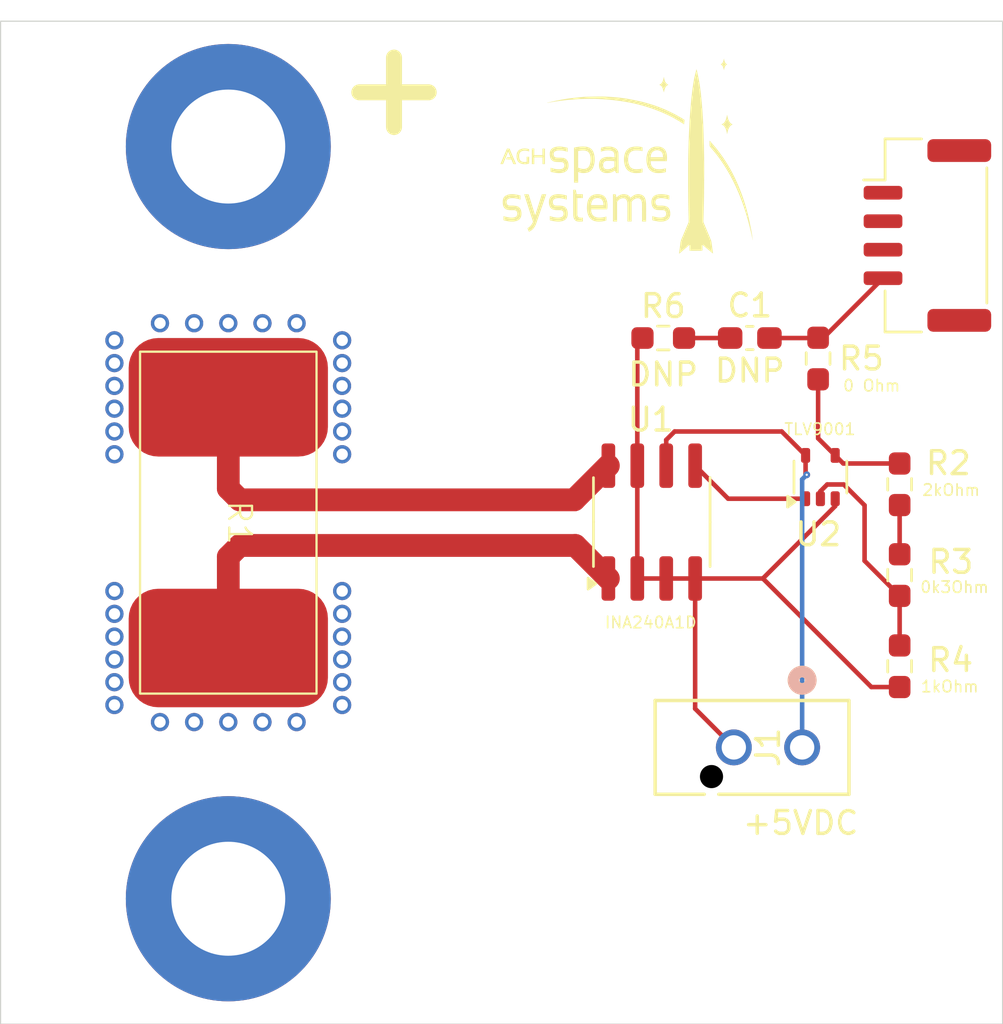
<source format=kicad_pcb>
(kicad_pcb (version 20240108) (generator "pcbnew") (generator_version "8.0")
  (layers (0 "F.Cu" signal) (31 "B.Cu" signal) (34 "B.Paste" user) (35 "F.Paste" user) (36 "B.SilkS" user "B.Silkscreen") (37 "F.SilkS" user "F.Silkscreen") (38 "B.Mask" user) (39 "F.Mask" user) (44 "Edge.Cuts" user))
  (net 0 "")
  (net 1 "GND 5V")
  (net 2 "+5VDC")
  (net 3 "GND 24V")
  (net 4 "+24VDC")
  (net 5 "Net-(R2-Pad2)")
  (net 6 "ADC")
  (net 7 "Net-(U2-V-)")
  (net 8 "Net-(U2-+)")
  (net 9 "VOUT")
  (net 10 "Net-(C1-Pad1)")
  (footprint "Resistor_SMD:R_0603_1608Metric_Pad0.98x0.95mm_HandSolder" (layer "F.Cu") (at 149.9 84.8 90)
    (property "Reference" "R5")
    (property "Value" "0 Ohm")
  )
  (footprint "Resistor_SMD:R_0603_1608Metric_Pad0.98x0.95mm_HandSolder" (layer "F.Cu") (at 153.48 90.3175 -90)
    (property "Reference" "R2")
    (property "Value" "2kOhm")
  )
  (footprint "Resistor_SMD:R_0603_1608Metric_Pad0.98x0.95mm_HandSolder" (layer "F.Cu") (at 143.1 83.9 180)
    (property "Reference" "R6")
    (property "Value" "DNP")
  )
  (footprint "global:CONN_2068320000-SD_02_MOL" (layer "F.Cu") (at 149.1985 101.8604 90)
    (property "Reference" "J1")
    (property "Value" "2068320203" (hide yes))
  )
  (footprint "Resistor_SMD:R_0603_1608Metric_Pad0.98x0.95mm_HandSolder" (layer "F.Cu") (at 153.48 98.3 -90)
    (property "Reference" "R4")
    (property "Value" "1kOhm")
  )
  (footprint "Package_SO:SOIC-8_3.9x4.9mm_P1.27mm" (layer "F.Cu") (at 142.595 91.975 90)
    (property "Reference" "U1")
    (property "Value" "INA240A1D")
  )
  (footprint "Package_TO_SOT_SMD:SOT-353_SC-70-5" (layer "F.Cu") (at 150 90 90)
    (property "Reference" "U2")
    (property "Value" "TLV9001")
  )
  (footprint "global:5930 Current Sense Resistor" (layer "F.Cu") (at 124 92 -90)
    (property "Reference" "R1")
    (property "Value" "1mOhm")
  )
  (footprint "Capacitor_SMD:C_0603_1608Metric_Pad1.08x0.95mm_HandSolder" (layer "F.Cu") (at 146.9 83.9)
    (property "Reference" "C1")
    (property "Value" "DNP")
  )
  (footprint "Resistor_SMD:R_0603_1608Metric_Pad0.98x0.95mm_HandSolder" (layer "F.Cu") (at 153.48 94.3 -90)
    (property "Reference" "R3")
    (property "Value" "0k3Ohm")
  )
  (footprint "Connector_JST:JST_GH_BM04B-GHS-TBT_1x04-1MP_P1.25mm_Vertical" (layer "F.Cu") (at 154.7 79.4 -90)
    (property "Reference" "REF**" (hide yes))
    (property "Value" "JST_GH_BM04B-GHS-TBT_1x04-1MP_P1.25mm_Vertical" (hide yes))
  )
  (gr_poly (pts (xy 137.130268 77.590476) (xy 137.175401 77.591498) (xy 137.176119 77.591565) (xy 137.176853 77.591713) (xy 137.177602 77.59194) (xy 137.178362 77.592241) (xy 137.179132 77.592614) (xy 137.179911 77.593053) (xy 137.180696 77.593557) (xy 137.181486 77.594121) (xy 137.182278 77.594742) (xy 137.18307 77.595417) (xy 137.184648 77.596911) (xy 137.186205 77.598575) (xy 137.187724 77.600381) (xy 137.189191 77.602301) (xy 137.190589 77.604306) (xy 137.191904 77.606367) (xy 137.193119 77.608457) (xy 137.194219 77.610546) (xy 137.195189 77.612607) (xy 137.196012 77.61461) (xy 137.196674 77.616528) (xy 137.40797 78.304973) (xy 137.423723 78.356063) (xy 137.440137 78.407228) (xy 137.448791 78.432862) (xy 137.45785 78.458542) (xy 137.467394 78.484278) (xy 137.477502 78.510078) (xy 137.768174 77.592027) (xy 137.960738 77.592027) (xy 137.907186 77.749084) (xy 137.526345 78.862398) (xy 137.518583 78.88399) (xy 137.51034 78.905328) (xy 137.501587 78.926387) (xy 137.492297 78.947138) (xy 137.48244 78.967555) (xy 137.471988 78.98761) (xy 137.460913 79.007276) (xy 137.449186 79.026526) (xy 137.436778 79.045332) (xy 137.423662 79.063668) (xy 137.409809 79.081506) (xy 137.39519 79.098819) (xy 137.379777 79.11558) (xy 137.363542 79.131761) (xy 137.346455 79.147336) (xy 137.328489 79.162277) (xy 137.321445 79.167737) (xy 137.314268 79.173038) (xy 137.306967 79.178197) (xy 137.29955 79.183235) (xy 137.284406 79.193021) (xy 137.268905 79.202546) (xy 137.237108 79.221421) (xy 137.220952 79.231073) (xy 137.204717 79.24107) (xy 137.169818 79.165902) (xy 137.153684 79.130356) (xy 137.138412 79.095178) (xy 137.138242 79.094677) (xy 137.138134 79.094127) (xy 137.138088 79.093532) (xy 137.138101 79.092895) (xy 137.13817 79.092221) (xy 137.138294 79.091511) (xy 137.138468 79.090771) (xy 137.138692 79.090002) (xy 137.139277 79.088394) (xy 137.140029 79.086715) (xy 137.140929 79.084992) (xy 137.141958 79.083253) (xy 137.143096 79.081524) (xy 137.144323 79.079832) (xy 137.145621 79.078206) (xy 137.14697 79.076672) (xy 137.14835 79.075257) (xy 137.149743 79.073989) (xy 137.151129 79.072894) (xy 137.151813 79.072421) (xy 137.152488 79.072001) (xy 137.170793 79.060918) (xy 137.188375 79.04921) (xy 137.205247 79.036889) (xy 137.221428 79.023969) (xy 137.236932 79.010462) (xy 137.251776 78.996381) (xy 137.265976 78.98174) (xy 137.279548 78.966551) (xy 137.292507 78.950828) (xy 137.304871 78.934583) (xy 137.316655 78.917829) (xy 137.327875 78.90058) (xy 137.338547 78.882849) (xy 137.348687 78.864648) (xy 137.358311 78.845991) (xy 137.367436 78.826891) (xy 137.369035 78.823242) (xy 137.370457 78.819633) (xy 137.371702 78.816055) (xy 137.372767 78.812499) (xy 137.373651 78.808956) (xy 137.374352 78.805416) (xy 137.37487 78.801873) (xy 137.375201 78.798315) (xy 137.375345 78.794736) (xy 137.375301 78.791125) (xy 137.375066 78.787475) (xy 137.374639 78.783775) (xy 137.374019 78.780018) (xy 137.373203 78.776194) (xy 137.372191 78.772295) (xy 137.370981 78.768312) (xy 136.997125 77.606844) (xy 136.996611 77.605144) (xy 136.996129 77.603401) (xy 136.995663 77.601585) (xy 136.995194 77.599667) (xy 136.994178 77.595406) (xy 136.992945 77.590386) (xy 137.084927 77.590188)) (stroke (width -0.000001)) (fill solid) (layer "F.SilkS"))
  (gr_poly (pts (xy 145.915673 74.151121) (xy 145.92104 74.179114) (xy 145.923944 74.193329) (xy 145.927023 74.207583) (xy 145.933553 74.234933) (xy 145.94095 74.261945) (xy 145.949322 74.288575) (xy 145.953909 74.301733) (xy 145.95878 74.314779) (xy 145.963949 74.327707) (xy 145.96943 74.340511) (xy 145.975237 74.353187) (xy 145.981383 74.365728) (xy 145.987881 74.378129) (xy 145.994745 74.390384) (xy 146.001989 74.402488) (xy 146.009626 74.414434) (xy 146.016351 74.424306) (xy 146.023314 74.433869) (xy 146.030524 74.443104) (xy 146.037988 74.451995) (xy 146.045715 74.460526) (xy 146.053711 74.468679) (xy 146.061986 74.476436) (xy 146.070547 74.483782) (xy 146.079402 74.490698) (xy 146.088558 74.497168) (xy 146.098025 74.503175) (xy 146.107809 74.508702) (xy 146.117918 74.513731) (xy 146.128361 74.518246) (xy 146.139146 74.52223) (xy 146.150279 74.525665) (xy 146.138792 74.532928) (xy 146.127008 74.54004) (xy 146.10313 74.554346) (xy 146.091328 74.561804) (xy 146.085524 74.565668) (xy 146.079809 74.569644) (xy 146.074201 74.573748) (xy 146.068719 74.577996) (xy 146.063381 74.582407) (xy 146.058204 74.586995) (xy 146.044405 74.600463) (xy 146.031608 74.614471) (xy 146.019757 74.628989) (xy 146.008799 74.643985) (xy 145.998679 74.659426) (xy 145.989342 74.675282) (xy 145.980735 74.69152) (xy 145.972803 74.708108) (xy 145.965492 74.725016) (xy 145.958747 74.74221) (xy 145.952514 74.759659) (xy 145.946739 74.777332) (xy 145.941367 74.795196) (xy 145.936345 74.81322) (xy 145.927129 74.84962) (xy 145.903369 74.964238) (xy 145.897986 74.931732) (xy 145.892073 74.899375) (xy 145.885448 74.867217) (xy 145.87793 74.835307) (xy 145.869334 74.803694) (xy 145.864576 74.788015) (xy 145.85948 74.772428) (xy 145.854024 74.756941) (xy 145.848184 74.74156) (xy 145.841939 74.72629) (xy 145.835265 74.711138) (xy 145.827981 74.695698) (xy 145.820324 74.68062) (xy 145.812253 74.665939) (xy 145.803722 74.651696) (xy 145.794689 74.637928) (xy 145.785109 74.624673) (xy 145.774938 74.611969) (xy 145.764133 74.599855) (xy 145.752649 74.588368) (xy 145.740443 74.577547) (xy 145.727471 74.567429) (xy 145.713688 74.558054) (xy 145.699052 74.549459) (xy 145.683518 74.541681) (xy 145.667043 74.534761) (xy 145.649581 74.528735) (xy 145.659979 74.525289) (xy 145.670034 74.521556) (xy 145.679754 74.517542) (xy 145.689146 74.513253) (xy 145.698217 74.508697) (xy 145.706976 74.50388) (xy 145.71543 74.49881) (xy 145.723586 74.493494) (xy 145.731452 74.487937) (xy 145.739035 74.482148) (xy 145.746344 74.476132) (xy 145.753384 74.469897) (xy 145.766693 74.456798) (xy 145.779022 74.442904) (xy 145.790432 74.428271) (xy 145.800982 74.412954) (xy 145.810732 74.397007) (xy 145.819744 74.380487) (xy 145.828077 74.363447) (xy 145.835792 74.345944) (xy 145.842948 74.328032) (xy 145.849606 74.309765) (xy 145.858327 74.283424) (xy 145.866257 74.256862) (xy 145.873555 74.230191) (xy 145.880377 74.203522) (xy 145.893228 74.150638) (xy 145.906069 74.099104)) (stroke (width -0.000001)) (fill solid) (layer "F.SilkS"))
  (gr_poly (pts (xy 142.852756 75.49832) (xy 142.868349 75.498855) (xy 142.88391 75.499794) (xy 142.899439 75.501152) (xy 142.914934 75.502946) (xy 142.930394 75.505189) (xy 142.945816 75.507897) (xy 142.961199 75.511085) (xy 142.976542 75.514769) (xy 142.991844 75.518964) (xy 143.005202 75.523094) (xy 143.018172 75.527583) (xy 143.030759 75.532426) (xy 143.042966 75.53762) (xy 143.054798 75.543159) (xy 143.066258 75.549039) (xy 143.07735 75.555255) (xy 143.088078 75.561802) (xy 143.098447 75.568677) (xy 143.10846 75.575874) (xy 143.118121 75.583389) (xy 143.127434 75.591217) (xy 143.136404 75.599354) (xy 143.145033 75.607795) (xy 143.161289 75.625571) (xy 143.176233 75.644508) (xy 143.189898 75.664571) (xy 143.202315 75.685721) (xy 143.213515 75.707923) (xy 143.223532 75.73114) (xy 143.232396 75.755335) (xy 143.24014 75.780471) (xy 143.246796 75.806512) (xy 143.251214 75.826902) (xy 143.25502 75.847335) (xy 143.258236 75.867815) (xy 143.260883 75.888348) (xy 143.262984 75.908937) (xy 143.264562 75.929587) (xy 143.265638 75.950304) (xy 143.266235 75.971091) (xy 143.266079 76.012894) (xy 143.264274 76.055034) (xy 143.260997 76.097547) (xy 143.256425 76.14047) (xy 142.549617 76.14047) (xy 142.548212 76.170895) (xy 142.54899 76.200902) (xy 142.551971 76.230328) (xy 142.557173 76.259008) (xy 142.564617 76.286781) (xy 142.569185 76.300275) (xy 142.57432 76.313481) (xy 142.580025 76.326378) (xy 142.586302 76.338946) (xy 142.593154 76.351163) (xy 142.600583 76.363011) (xy 142.608591 76.374468) (xy 142.61718 76.385514) (xy 142.626354 76.396128) (xy 142.636115 76.406291) (xy 142.646464 76.41598) (xy 142.657405 76.425177) (xy 142.668939 76.433861) (xy 142.68107 76.442011) (xy 142.693799 76.449606) (xy 142.707129 76.456627) (xy 142.721062 76.463053) (xy 142.735601 76.468863) (xy 142.750747 76.474037) (xy 142.766505 76.478555) (xy 142.782875 76.482396) (xy 142.79986 76.485539) (xy 142.824338 76.489073) (xy 142.848756 76.491794) (xy 142.873118 76.493729) (xy 142.897426 76.494906) (xy 142.921681 76.495352) (xy 142.945887 76.495093) (xy 142.970045 76.494157) (xy 142.994158 76.492571) (xy 143.018226 76.490361) (xy 143.042254 76.487555) (xy 143.066243 76.48418) (xy 143.090195 76.480263) (xy 143.137996 76.470912) (xy 143.185676 76.459716) (xy 143.192563 76.457949) (xy 143.199811 76.456018) (xy 143.216844 76.451408) (xy 143.217036 76.530909) (xy 143.216777 76.569615) (xy 143.216414 76.588827) (xy 143.215839 76.607989) (xy 143.215776 76.608613) (xy 143.215641 76.609255) (xy 143.215436 76.609913) (xy 143.215164 76.610583) (xy 143.214829 76.611265) (xy 143.214434 76.611956) (xy 143.213982 76.612653) (xy 143.213476 76.613356) (xy 143.212921 76.614061) (xy 143.212318 76.614766) (xy 143.210984 76.616171) (xy 143.209501 76.617554) (xy 143.207895 76.618896) (xy 143.206191 76.620182) (xy 143.204416 76.621395) (xy 143.202595 76.622518) (xy 143.200755 76.623534) (xy 143.198921 76.624426) (xy 143.19712 76.625178) (xy 143.19624 76.625495) (xy 143.195378 76.625772) (xy 143.194537 76.626005) (xy 143.19372 76.626192) (xy 143.101539 76.645586) (xy 143.078419 76.649966) (xy 143.05525 76.653799) (xy 143.032021 76.656906) (xy 143.020381 76.65813) (xy 143.008723 76.659106) (xy 142.964095 76.662027) (xy 142.919474 76.66398) (xy 142.874924 76.664456) (xy 142.852697 76.663979) (xy 142.830513 76.662942) (xy 142.808379 76.661279) (xy 142.786304 76.658928) (xy 142.764297 76.655823) (xy 142.742365 76.651902) (xy 142.720517 76.647101) (xy 142.698761 76.641355) (xy 142.677105 76.6346) (xy 142.655557 76.626774) (xy 142.632399 76.617054) (xy 142.610251 76.606355) (xy 142.589114 76.594687) (xy 142.568986 76.58206) (xy 142.549869 76.568482) (xy 142.531761 76.553964) (xy 142.514663 76.538515) (xy 142.498573 76.522144) (xy 142.483493 76.504863) (xy 142.469421 76.486679) (xy 142.456358 76.467603) (xy 142.444303 76.447644) (xy 142.433256 76.426812) (xy 142.423217 76.405117) (xy 142.414186 76.382567) (xy 142.406162 76.359174) (xy 142.39551 76.32319) (xy 142.386242 76.287157) (xy 142.378363 76.251082) (xy 142.37188 76.214971) (xy 142.366799 76.178831) (xy 142.363126 76.142668) (xy 142.360868 76.106489) (xy 142.360031 76.070302) (xy 142.360622 76.034112) (xy 142.362647 75.997926) (xy 142.365633 75.966745) (xy 142.545384 75.966745) (xy 143.089314 75.966745) (xy 143.087365 75.927976) (xy 143.085807 75.908846) (xy 143.083714 75.889962) (xy 143.080976 75.871384) (xy 143.077484 75.853168) (xy 143.07313 75.835373) (xy 143.067804 75.818056) (xy 143.061396 75.801276) (xy 143.053797 75.785089) (xy 143.044899 75.769556) (xy 143.03459 75.754732) (xy 143.028874 75.747604) (xy 143.022764 75.740676) (xy 143.016247 75.733954) (xy 143.009309 75.727446) (xy 143.001937 75.721159) (xy 142.994117 75.7151) (xy 142.985835 75.709277) (xy 142.977078 75.703696) (xy 142.95839 75.693184) (xy 142.939528 75.684177) (xy 142.920518 75.676658) (xy 142.901385 75.670608) (xy 142.882153 75.666007) (xy 142.862849 75.662838) (xy 142.843497 75.661083) (xy 142.824123 75.660721) (xy 142.804751 75.661736) (xy 142.785406 75.664109) (xy 142.766115 75.66782) (xy 142.746901 75.672852) (xy 142.72779 75.679185) (xy 142.708807 75.686803) (xy 142.689977 75.695685) (xy 142.671326 75.705813) (xy 142.662431 75.711216) (xy 142.653975 75.716865) (xy 142.645946 75.722752) (xy 142.638333 75.728871) (xy 142.631122 75.735215) (xy 142.624303 75.741777) (xy 142.617864 75.74855) (xy 142.611792 75.755528) (xy 142.606075 75.762704) (xy 142.600702 75.770071) (xy 142.595661 75.777622) (xy 142.59094 75.785351) (xy 142.586527 75.79325) (xy 142.582411 75.801313) (xy 142.575018 75.817904) (xy 142.568667 75.835069) (xy 142.563262 75.852754) (xy 142.55871 75.870905) (xy 142.554913 75.889467) (xy 142.551777 75.908386) (xy 142.549207 75.927609) (xy 142.547108 75.94708) (xy 142.545384 75.966745) (xy 142.365633 75.966745) (xy 142.366112 75.961751) (xy 142.371023 75.925593) (xy 142.377388 75.88946) (xy 142.385211 75.853357) (xy 142.394501 75.817292) (xy 142.405262 75.781271) (xy 142.415786 75.751502) (xy 142.427764 75.72341) (xy 142.434296 75.709993) (xy 142.441189 75.696993) (xy 142.44844 75.684412) (xy 142.456049 75.672248) (xy 142.464014 75.660501) (xy 142.472335 75.649171) (xy 142.48101 75.638258) (xy 142.490038 75.62776) (xy 142.499418 75.617679) (xy 142.509148 75.608012) (xy 142.519228 75.598761) (xy 142.529656 75.589924) (xy 142.540431 75.581502) (xy 142.551551 75.573493) (xy 142.563016 75.565898) (xy 142.574825 75.558716) (xy 142.586975 75.551947) (xy 142.599467 75.54559) (xy 142.612298 75.539645) (xy 142.625468 75.534112) (xy 142.652819 75.52428) (xy 142.681509 75.516089) (xy 142.711529 75.509538) (xy 142.74287 75.504623) (xy 142.774383 75.50118) (xy 142.805808 75.498991) (xy 142.821484 75.498403) (xy 142.837134 75.498175)) (stroke (width -0.000001)) (fill solid) (layer "F.SilkS"))
  (gr_poly (pts (xy 137.437127 75.875464) (xy 137.794738 75.875464) (xy 137.794738 75.590613) (xy 137.904804 75.590613) (xy 137.904804 76.268952) (xy 137.796748 76.268952) (xy 137.796748 75.976112) (xy 137.438238 75.976112) (xy 137.438238 76.268476) (xy 137.328171 76.268476) (xy 137.328119 75.589502) (xy 137.437127 75.589502)) (stroke (width -0.000001)) (fill solid) (layer "F.SilkS"))
  (gr_poly (pts (xy 145.197725 75.309644) (xy 145.261667 75.381058) (xy 145.324218 75.453276) (xy 145.385447 75.5263) (xy 145.445427 75.60013) (xy 145.504227 75.674767) (xy 145.561918 75.750211) (xy 145.618572 75.826463) (xy 145.736063 75.992389) (xy 145.847831 76.161525) (xy 145.954048 76.333766) (xy 146.054889 76.509009) (xy 146.150529 76.687149) (xy 146.241142 76.868081) (xy 146.326901 77.051703) (xy 146.407982 77.237909) (xy 146.476012 77.404884) (xy 146.540288 77.5731) (xy 146.600814 77.742543) (xy 146.657597 77.913198) (xy 146.710641 78.085051) (xy 146.759953 78.258088) (xy 146.805538 78.432294) (xy 146.847402 78.607656) (xy 146.881857 78.763612) (xy 146.914639 78.919944) (xy 146.946083 79.076555) (xy 146.976519 79.233344) (xy 146.984676 79.277903) (xy 146.992179 79.322585) (xy 147.005795 79.412208) (xy 147.0315 79.591747) (xy 147.031595 79.592464) (xy 147.031663 79.593187) (xy 147.031701 79.593914) (xy 147.031707 79.594647) (xy 147.031679 79.595386) (xy 147.031616 79.596132) (xy 147.031515 79.596883) (xy 147.031374 79.597641) (xy 147.031192 79.598406) (xy 147.030966 79.599178) (xy 147.030695 79.599958) (xy 147.030376 79.600744) (xy 147.030009 79.601539) (xy 147.029589 79.602342) (xy 147.029117 79.603153) (xy 147.02859 79.603972) (xy 146.961968 79.30658) (xy 146.915479 79.108991) (xy 146.865886 78.912334) (xy 146.813041 78.716653) (xy 146.756796 78.521991) (xy 146.697005 78.328394) (xy 146.633519 78.135906) (xy 146.56619 77.944569) (xy 146.494872 77.754429) (xy 146.394525 77.506415) (xy 146.286906 77.262396) (xy 146.1717 77.022553) (xy 146.048593 76.787066) (xy 145.917268 76.556116) (xy 145.777409 76.329883) (xy 145.628701 76.108548) (xy 145.55093 75.999773) (xy 145.470828 75.892291) (xy 145.432235 75.842527) (xy 145.392828 75.793386) (xy 145.352802 75.744714) (xy 145.312356 75.69636) (xy 145.230992 75.6) (xy 145.150312 75.503089) (xy 145.148466 75.500695) (xy 145.146699 75.498168) (xy 145.145018 75.495519) (xy 145.143426 75.492762) (xy 145.141929 75.48991) (xy 145.14053 75.486976) (xy 145.139235 75.483974) (xy 145.138049 75.480917) (xy 145.136975 75.477817) (xy 145.136018 75.474689) (xy 145.135184 75.471544) (xy 145.134477 75.468397) (xy 145.133901 75.465261) (xy 145.133461 75.462148) (xy 145.133162 75.459072) (xy 145.133009 75.456046) (xy 145.132142 75.402858) (xy 145.13199 75.349227) (xy 145.132321 75.239035)) (stroke (width -0.000001)) (fill solid) (layer "F.SilkS"))
  (gr_poly (pts (xy 136.475568 77.587987) (xy 136.494184 77.588474) (xy 136.512803 77.589358) (xy 136.550036 77.59225) (xy 136.587232 77.596526) (xy 136.61479 77.600518) (xy 136.642271 77.605106) (xy 136.669691 77.610164) (xy 136.697067 77.615562) (xy 136.806466 77.638012) (xy 136.808029 77.638342) (xy 136.809585 77.638713) (xy 136.811132 77.639122) (xy 136.812672 77.639563) (xy 136.815732 77.640528) (xy 136.818769 77.641571) (xy 136.824787 77.643757) (xy 136.827775 77.64483) (xy 136.830755 77.645844) (xy 136.830755 77.8274) (xy 136.788469 77.815589) (xy 136.746511 77.803594) (xy 136.725565 77.797837) (xy 136.704593 77.792403) (xy 136.683559 77.787418) (xy 136.662427 77.783003) (xy 136.622392 77.775712) (xy 136.5823 77.769583) (xy 136.562233 77.767078) (xy 136.542152 77.765013) (xy 136.522058 77.763436) (xy 136.50195 77.762399) (xy 136.48183 77.76195) (xy 136.461696 77.762139) (xy 136.441551 77.763016) (xy 136.421392 77.76463) (xy 136.401222 77.767032) (xy 136.38104 77.770271) (xy 136.360846 77.774396) (xy 136.340641 77.779458) (xy 136.328847 77.783054) (xy 136.317726 77.78715) (xy 136.307268 77.791721) (xy 136.297461 77.796745) (xy 136.288293 77.802196) (xy 136.279754 77.808053) (xy 136.271831 77.81429) (xy 136.264513 77.820884) (xy 136.25779 77.827812) (xy 136.251649 77.83505) (xy 136.24608 77.842574) (xy 136.241071 77.850361) (xy 136.23661 77.858386) (xy 136.232687 77.866626) (xy 136.229289 77.875058) (xy 136.226407 77.883658) (xy 136.224027 77.892401) (xy 136.222139 77.901265) (xy 136.220732 77.910225) (xy 136.219794 77.919259) (xy 136.219314 77.928341) (xy 136.21928 77.93745) (xy 136.219681 77.94656) (xy 136.220506 77.955648) (xy 136.221744 77.964691) (xy 136.223382 77.973664) (xy 136.22541 77.982545) (xy 136.227817 77.991309) (xy 136.23059 77.999933) (xy 136.233719 78.008393) (xy 136.237192 78.016665) (xy 136.240998 78.024726) (xy 136.243154 78.028864) (xy 136.245421 78.032845) (xy 136.247799 78.036671) (xy 136.250283 78.040345) (xy 136.252873 78.043867) (xy 136.255564 78.047241) (xy 136.258356 78.050467) (xy 136.261244 78.053549) (xy 136.264227 78.056487) (xy 136.267303 78.059285) (xy 136.270468 78.061943) (xy 136.27372 78.064465) (xy 136.277057 78.066851) (xy 136.280477 78.069104) (xy 136.283976 78.071225) (xy 136.287552 78.073218) (xy 136.291203 78.075083) (xy 136.294926 78.076823) (xy 136.298719 78.07844) (xy 136.302579 78.079935) (xy 136.306504 78.081311) (xy 136.310491 78.082569) (xy 136.318642 78.084741) (xy 136.327012 78.086467) (xy 136.33558 78.087763) (xy 136.344328 78.088643) (xy 136.353235 78.089125) (xy 136.375133 78.089571) (xy 136.397048 78.089627) (xy 136.440891 78.089212) (xy 136.462802 78.089061) (xy 136.484695 78.089163) (xy 136.50656 78.089678) (xy 136.528389 78.090766) (xy 136.546296 78.092136) (xy 136.564235 78.09385) (xy 136.582166 78.095944) (xy 136.600051 78.098452) (xy 136.617852 78.101413) (xy 136.63553 78.10486) (xy 136.653047 78.108831) (xy 136.670364 78.113361) (xy 136.682055 78.116908) (xy 136.693328 78.120845) (xy 136.704191 78.125161) (xy 136.714648 78.129845) (xy 136.724707 78.134888) (xy 136.734373 78.140277) (xy 136.743652 78.146003) (xy 136.75255 78.152055) (xy 136.761074 78.158423) (xy 136.76923 78.165096) (xy 136.777023 78.172063) (xy 136.784459 78.179313) (xy 136.791546 78.186837) (xy 136.798288 78.194623) (xy 136.804693 78.202661) (xy 136.810765 78.21094) (xy 136.816512 78.21945) (xy 136.821939 78.22818) (xy 136.827052 78.23712) (xy 136.831857 78.246258) (xy 136.84057 78.265089) (xy 136.848124 78.284589) (xy 136.854571 78.304672) (xy 136.859957 78.325253) (xy 136.864331 78.346249) (xy 136.867743 78.367574) (xy 136.870601 78.39166) (xy 136.872493 78.415693) (xy 136.873054 78.427687) (xy 136.873346 78.439664) (xy 136.873358 78.451624) (xy 136.873081 78.463564) (xy 136.872506 78.475485) (xy 136.871624 78.487385) (xy 136.870424 78.499263) (xy 136.868897 78.511118) (xy 136.867033 78.522949) (xy 136.864824 78.534755) (xy 136.862259 78.546534) (xy 136.85933 78.558286) (xy 136.856211 78.569294) (xy 136.852792 78.579989) (xy 136.849075 78.590372) (xy 136.845065 78.600448) (xy 136.840765 78.610219) (xy 136.836179 78.61969) (xy 136.831311 78.628863) (xy 136.826165 78.637742) (xy 136.820744 78.646331) (xy 136.815052 78.654633) (xy 136.809093 78.66265) (xy 136.802871 78.670388) (xy 136.796389 78.677848) (xy 136.789651 78.685035) (xy 136.775424 78.698601) (xy 136.760218 78.711113) (xy 136.744065 78.7226) (xy 136.726994 78.733087) (xy 136.709036 78.742602) (xy 136.69022 78.751172) (xy 136.670577 78.758825) (xy 136.650137 78.765587) (xy 136.62893 78.771487) (xy 136.610545 78.775871) (xy 136.592122 78.779688) (xy 136.573666 78.782956) (xy 136.555179 78.785692) (xy 136.536664 78.787914) (xy 136.518127 78.789639) (xy 136.499569 78.790884) (xy 136.480995 78.791668) (xy 136.462408 78.792007) (xy 136.443811 78.791918) (xy 136.406603 78.790529) (xy 136.369399 78.787641) (xy 136.332227 78.783393) (xy 136.304294 78.779355) (xy 136.276442 78.774712) (xy 136.248653 78.769597) (xy 136.22091 78.764145) (xy 136.11003 78.741642) (xy 136.106785 78.740929) (xy 136.103778 78.740075) (xy 136.102361 78.739592) (xy 136.101003 78.739072) (xy 136.099703 78.738512) (xy 136.09846 78.737913) (xy 136.097274 78.737273) (xy 136.096144 78.736591) (xy 136.095071 78.735867) (xy 136.094054 78.735099) (xy 136.093092 78.734287) (xy 136.092186 78.733429) (xy 136.091334 78.732526) (xy 136.090536 78.731575) (xy 136.089793 78.730576) (xy 136.089104 78.729528) (xy 136.088468 78.72843) (xy 136.087885 78.727281) (xy 136.087354 78.726081) (xy 136.086876 78.724828) (xy 136.08645 78.723521) (xy 136.086076 78.72216) (xy 136.085753 78.720744) (xy 136.08548 78.719272) (xy 136.085258 78.717742) (xy 136.085087 78.716154) (xy 136.084965 78.714507) (xy 136.084892 78.712801) (xy 136.084894 78.709204) (xy 136.08551 78.669952) (xy 136.085576 78.63053) (xy 136.085265 78.55019) (xy 136.122541 78.561205) (xy 136.158687 78.572117) (xy 136.176503 78.577315) (xy 136.194237 78.582225) (xy 136.211956 78.586759) (xy 136.229727 78.59083) (xy 136.26958 78.598937) (xy 136.309498 78.606028) (xy 136.349505 78.611736) (xy 136.369548 78.613957) (xy 136.389622 78.615694) (xy 136.409728 78.616903) (xy 136.42987 78.617537) (xy 136.45005 78.61755) (xy 136.470271 78.616897) (xy 136.490536 78.615532) (xy 136.510847 78.613409) (xy 136.531207 78.610482) (xy 136.551619 78.606706) (xy 136.563684 78.603932) (xy 136.575149 78.600711) (xy 136.586021 78.597058) (xy 136.596307 78.59299) (xy 136.606017 78.588521) (xy 136.615157 78.583668) (xy 136.623734 78.578446) (xy 136.631758 78.572871) (xy 136.639234 78.566959) (xy 136.646172 78.560725) (xy 136.652578 78.554184) (xy 136.65846 78.547354) (xy 136.663827 78.540249) (xy 136.668685 78.532884) (xy 136.673042 78.525277) (xy 136.676906 78.517442) (xy 136.680285 78.509395) (xy 136.683186 78.501151) (xy 136.685617 78.492728) (xy 136.687586 78.484139) (xy 136.6891 78.475401) (xy 136.690166 78.46653) (xy 136.690794 78.45754) (xy 136.69099 78.448449) (xy 136.690761 78.439271) (xy 136.690116 78.430023) (xy 136.689063 78.420719) (xy 136.687608 78.411377) (xy 136.68576 78.40201) (xy 136.683526 78.392635) (xy 136.680914 78.383269) (xy 136.677932 78.373925) (xy 136.676217 78.369223) (xy 136.674312 78.364635) (xy 136.672219 78.360163) (xy 136.669944 78.355809) (xy 136.667492 78.351574) (xy 136.664865 78.347462) (xy 136.66207 78.343474) (xy 136.65911 78.339613) (xy 136.655989 78.335881) (xy 136.652713 78.33228) (xy 136.649285 78.328812) (xy 136.64571 78.325479) (xy 136.641993 78.322284) (xy 136.638137 78.319229) (xy 136.634148 78.316316) (xy 136.630029 78.313547) (xy 136.625785 78.310924) (xy 136.621421 78.30845) (xy 136.61694 78.306126) (xy 136.612348 78.303956) (xy 136.607648 78.30194) (xy 136.602846 78.300082) (xy 136.597945 78.298383) (xy 136.592951 78.296846) (xy 136.587866 78.295473) (xy 136.582697 78.294266) (xy 136.577446 78.293227) (xy 136.57212 78.292359) (xy 136.566721 78.291663) (xy 136.561255 78.291142) (xy 136.555726 78.290798) (xy 136.550138 78.290633) (xy 136.528599 78.290529) (xy 136.507048 78.290679) (xy 136.463943 78.291196) (xy 136.442405 78.291288) (xy 136.420888 78.291087) (xy 136.399399 78.290456) (xy 136.377947 78.289258) (xy 136.35965 78.287865) (xy 136.341278 78.286202) (xy 136.3229 78.284172) (xy 136.304584 78.281677) (xy 136.2864 78.278623) (xy 136.268417 78.274911) (xy 136.259522 78.272778) (xy 136.250702 78.270445) (xy 136.241967 78.267899) (xy 136.233325 78.265128) (xy 136.223054 78.261471) (xy 136.213123 78.257519) (xy 136.203529 78.253276) (xy 136.194268 78.248748) (xy 136.185337 78.243941) (xy 136.176733 78.23886) (xy 136.168451 78.23351) (xy 136.160489 78.227897) (xy 136.152843 78.222027) (xy 136.145509 78.215904) (xy 136.138484 78.209534) (xy 136.131765 78.202923) (xy 136.125348 78.196075) (xy 136.119229 78.188997) (xy 136.113406 78.181694) (xy 136.107873 78.174171) (xy 136.102629 78.166434) (xy 136.09767 78.158487) (xy 136.092991 78.150337) (xy 136.08859 78.141989) (xy 136.080607 78.12472) (xy 136.073692 78.106723) (xy 136.067818 78.088042) (xy 136.062957 78.06872) (xy 136.05908 78.0488) (xy 136.056161 78.028326) (xy 136.053732 78.004656) (xy 136.052028 77.980772) (xy 136.051091 77.956756) (xy 136.050961 77.932692) (xy 136.05168 77.908663) (xy 136.053288 77.884751) (xy 136.055826 77.86104) (xy 136.059336 77.837614) (xy 136.061597 77.825779) (xy 136.06424 77.814284) (xy 136.067258 77.803125) (xy 136.070646 77.792298) (xy 136.074396 77.781799) (xy 136.078504 77.771625) (xy 136.082962 77.761772) (xy 136.087765 77.752235) (xy 136.092907 77.743012) (xy 136.098381 77.734099) (xy 136.104181 77.725492) (xy 136.110302 77.717187) (xy 136.116736 77.70918) (xy 136.123479 77.701468) (xy 136.130524 77.694047) (xy 136.137864 77.686914) (xy 136.145494 77.680064) (xy 136.153407 77.673494) (xy 136.170059 77.661178) (xy 136.187772 77.649936) (xy 136.206497 77.639739) (xy 136.226184 77.630557) (xy 136.246784 77.62236) (xy 136.268248 77.615119) (xy 136.290529 77.608802) (xy 136.308878 77.60436) (xy 136.327274 77.600489) (xy 136.34571 77.597171) (xy 136.364184 77.59439) (xy 136.38269 77.592126) (xy 136.401225 77.590365) (xy 136.419785 77.589087) (xy 136.438364 77.588277) (xy 136.45696 77.587916)) (stroke (width -0.000001)) (fill solid) (layer "F.SilkS"))
  (gr_poly (pts (xy 144.562325 72.11868) (xy 144.566049 72.12989) (xy 144.573103 72.150837) (xy 144.576319 72.16078) (xy 144.579254 72.170505) (xy 144.581849 72.180115) (xy 144.58405 72.189711) (xy 144.636146 72.440563) (xy 144.661307 72.566157) (xy 144.68475 72.692049) (xy 144.701725 72.79465) (xy 144.716804 72.897584) (xy 144.730515 73.000726) (xy 144.743382 73.103952) (xy 144.753849 73.195727) (xy 144.763146 73.287646) (xy 144.780371 73.471617) (xy 144.798085 73.663162) (xy 144.814608 73.854787) (xy 144.818531 73.907963) (xy 144.821818 73.961189) (xy 144.827996 74.06767) (xy 144.849957 74.419619) (xy 144.853866 74.48773) (xy 144.855545 74.521797) (xy 144.856942 74.55588) (xy 144.863722 74.741174) (xy 144.86943 74.926508) (xy 144.885675 75.533389) (xy 144.892617 75.836837) (xy 144.896841 76.140311) (xy 144.897986 76.49072) (xy 144.896755 76.841139) (xy 144.891549 77.541967) (xy 144.89 77.68) (xy 144.887454 77.818027) (xy 144.881018 78.094047) (xy 144.863344 78.785403) (xy 144.863317 78.788443) (xy 144.863375 78.791506) (xy 144.863516 78.794586) (xy 144.863739 78.797678) (xy 144.864043 78.800778) (xy 144.864428 78.803878) (xy 144.864892 78.806975) (xy 144.865434 78.810062) (xy 144.866052 78.813135) (xy 144.866747 78.816187) (xy 144.867516 78.819213) (xy 144.868359 78.822209) (xy 144.869275 78.825167) (xy 144.870262 78.828084) (xy 144.871319 78.830953) (xy 144.872446 78.833769) (xy 145.035217 79.221199) (xy 145.1163 79.415032) (xy 145.196401 79.609263) (xy 145.199691 79.617822) (xy 145.202653 79.626526) (xy 145.205315 79.635359) (xy 145.207707 79.644309) (xy 145.209857 79.653362) (xy 145.211792 79.662503) (xy 145.215134 79.680998) (xy 145.217959 79.699684) (xy 145.220496 79.71845) (xy 145.225611 79.755788) (xy 145.236199 79.827922) (xy 145.246335 79.900145) (xy 145.265987 80.044661) (xy 145.270688 80.080566) (xy 145.27526 80.117394) (xy 145.284931 80.197114) (xy 144.821593 79.811352) (xy 144.821593 80.004762) (xy 144.821466 80.026272) (xy 144.821165 80.035009) (xy 144.820578 80.042524) (xy 144.820148 80.045852) (xy 144.819611 80.048909) (xy 144.818955 80.051708) (xy 144.818169 80.054259) (xy 144.81724 80.056575) (xy 144.816156 80.058666) (xy 144.814905 80.060545) (xy 144.813477 80.062223) (xy 144.811858 80.063711) (xy 144.810037 80.065022) (xy 144.808002 80.066167) (xy 144.805741 80.067157) (xy 144.803242 80.068005) (xy 144.800494 80.068721) (xy 144.797484 80.069318) (xy 144.794201 80.069807) (xy 144.786766 80.070507) (xy 144.778095 80.070915) (xy 144.756664 80.071225) (xy 144.269566 80.072495) (xy 144.267755 80.072469) (xy 144.265916 80.072397) (xy 144.26402 80.072286) (xy 144.262038 80.072145) (xy 144.257704 80.071803) (xy 144.252685 80.071436) (xy 144.252685 79.812991) (xy 144.196858 79.860186) (xy 144.145 79.904325) (xy 143.807444 80.194468) (xy 143.806922 80.194929) (xy 143.806424 80.195419) (xy 143.805949 80.195934) (xy 143.805493 80.196472) (xy 143.805055 80.19703) (xy 143.804632 80.197604) (xy 143.804221 80.198193) (xy 143.80382 80.198794) (xy 143.803037 80.200018) (xy 143.802265 80.201254) (xy 143.801483 80.202481) (xy 143.801082 80.203083) (xy 143.800671 80.203675) (xy 143.79995 80.203728) (xy 143.799218 80.203768) (xy 143.798477 80.203796) (xy 143.797729 80.203815) (xy 143.796231 80.203833) (xy 143.794747 80.203835) (xy 143.807301 80.090925) (xy 143.813692 80.034484) (xy 143.820411 79.978093) (xy 143.823865 79.95214) (xy 143.827673 79.926221) (xy 143.835604 79.874429) (xy 143.839355 79.848525) (xy 143.842713 79.822597) (xy 143.845491 79.796629) (xy 143.847504 79.770606) (xy 143.848777 79.753794) (xy 143.850558 79.737161) (xy 143.852824 79.720697) (xy 143.855554 79.70439) (xy 143.858725 79.688228) (xy 143.862316 79.672198) (xy 143.866304 79.65629) (xy 143.870668 79.640491) (xy 143.880434 79.609173) (xy 143.891438 79.578149) (xy 143.903504 79.547325) (xy 143.916454 79.516606) (xy 144.061631 79.177734) (xy 144.204268 78.837791) (xy 144.206123 78.833018) (xy 144.207783 78.828135) (xy 144.209259 78.823151) (xy 144.21056 78.818079) (xy 144.211696 78.81293) (xy 144.212675 78.807716) (xy 144.213507 78.802448) (xy 144.214203 78.797137) (xy 144.214771 78.791796) (xy 144.21522 78.786435) (xy 144.215802 78.7757) (xy 144.216024 78.765024) (xy 144.215962 78.7545) (xy 144.205273 78.300422) (xy 144.20065 78.049591) (xy 144.197176 77.798719) (xy 144.194127 77.485472) (xy 144.192626 77.172186) (xy 144.192633 76.662863) (xy 144.194584 76.15354) (xy 144.19624 76.002142) (xy 144.198982 75.850758) (xy 144.206278 75.548015) (xy 144.214216 75.278067) (xy 144.223899 75.008159) (xy 144.227312 74.930389) (xy 144.231394 74.852644) (xy 144.23988 74.697168) (xy 144.249021 74.499961) (xy 144.25384 74.401372) (xy 144.259512 74.302832) (xy 144.267386 74.189092) (xy 144.275989 74.07541) (xy 144.293855 73.848067) (xy 144.305563 73.69611) (xy 144.311774 73.620159) (xy 144.31862 73.544272) (xy 144.326476 73.466354) (xy 144.334952 73.388486) (xy 144.352752 73.232858) (xy 144.370307 73.078791) (xy 144.379675 73.001832) (xy 144.390164 72.925041) (xy 144.405299 72.822189) (xy 144.42108 72.719407) (xy 144.438191 72.616863) (xy 144.447458 72.565733) (xy 144.457315 72.514725) (xy 144.46746 72.46615) (xy 144.478306 72.417718) (xy 144.5015 72.321156) (xy 144.549654 72.128381) (xy 144.549878 72.127529) (xy 144.550134 72.126672) (xy 144.550425 72.125796) (xy 144.550753 72.124889) (xy 144.551121 72.123938) (xy 144.551532 72.122929) (xy 144.552492 72.120688) (xy 144.555034 72.114949) (xy 144.556658 72.111244) (xy 144.558544 72.106844)) (stroke (width -0.000001)) (fill solid) (layer "F.SilkS"))
  (gr_poly (pts (xy 140.448708 73.303633) (xy 140.505735 73.305276) (xy 140.619768 73.310593) (xy 140.84766 73.325145) (xy 140.934001 73.331177) (xy 141.020267 73.338162) (xy 141.106405 73.346338) (xy 141.192359 73.355942) (xy 141.293427 73.368396) (xy 141.394401 73.381831) (xy 141.444786 73.389163) (xy 141.495068 73.397033) (xy 141.545219 73.405542) (xy 141.595213 73.414785) (xy 141.756325 73.446157) (xy 141.917238 73.478795) (xy 142.077595 73.513823) (xy 142.157454 73.532586) (xy 142.237039 73.552369) (xy 142.470736 73.616975) (xy 142.700843 73.690147) (xy 142.927343 73.771886) (xy 143.150216 73.862196) (xy 143.369445 73.961078) (xy 143.585013 74.068534) (xy 143.796901 74.184569) (xy 144.005091 74.309183) (xy 144.008698 74.311483) (xy 144.01211 74.313778) (xy 144.015315 74.316093) (xy 144.018301 74.318453) (xy 144.021056 74.320884) (xy 144.023568 74.323411) (xy 144.02473 74.324718) (xy 144.025827 74.326059) (xy 144.026857 74.327437) (xy 144.027819 74.328855) (xy 144.028712 74.330316) (xy 144.029534 74.331823) (xy 144.030283 74.333379) (xy 144.030959 74.334988) (xy 144.031559 74.336653) (xy 144.032082 74.338377) (xy 144.032527 74.340163) (xy 144.032893 74.342014) (xy 144.033177 74.343934) (xy 144.033378 74.345926) (xy 144.033495 74.347993) (xy 144.033527 74.350137) (xy 144.033471 74.352363) (xy 144.033327 74.354673) (xy 144.033093 74.357071) (xy 144.032767 74.35956) (xy 144.030046 74.379568) (xy 144.027701 74.399693) (xy 144.025646 74.41997) (xy 144.023796 74.440437) (xy 144.016732 74.524925) (xy 143.918658 74.463488) (xy 143.823798 74.404592) (xy 143.728845 74.347535) (xy 143.633026 74.292482) (xy 143.438863 74.188235) (xy 143.241445 74.091537) (xy 143.04091 74.002075) (xy 142.837392 73.919536) (xy 142.63103 73.843607) (xy 142.42196 73.773974) (xy 142.210317 73.710325) (xy 142.116626 73.68433) (xy 142.022611 73.659707) (xy 141.928283 73.636428) (xy 141.833656 73.614467) (xy 141.73874 73.593795) (xy 141.643549 73.574386) (xy 141.548095 73.556212) (xy 141.452391 73.539246) (xy 141.335201 73.520295) (xy 141.217692 73.50317) (xy 141.099966 73.487454) (xy 140.982121 73.47273) (xy 140.886643 73.46195) (xy 140.790992 73.452575) (xy 140.695232 73.444162) (xy 140.599427 73.43627) (xy 140.496949 73.428543) (xy 140.394423 73.422037) (xy 140.29185 73.416764) (xy 140.189231 73.412735) (xy 140.086567 73.409961) (xy 139.983859 73.408454) (xy 139.88111 73.408224) (xy 139.77832 73.409282) (xy 139.594315 73.413145) (xy 139.502333 73.415979) (xy 139.41039 73.419707) (xy 139.329058 73.42416) (xy 139.24777 73.429655) (xy 139.08527 73.441826) (xy 138.970176 73.450584) (xy 138.912674 73.455503) (xy 138.855241 73.461087) (xy 138.784777 73.468733) (xy 138.714357 73.47689) (xy 138.643987 73.485533) (xy 138.573672 73.494637) (xy 138.498406 73.504803) (xy 138.42319 73.515406) (xy 138.348033 73.526486) (xy 138.272946 73.538081) (xy 138.210477 73.548435) (xy 138.148123 73.559473) (xy 138.023497 73.582055) (xy 138.020434 73.582564) (xy 138.018895 73.582784) (xy 138.017349 73.58297) (xy 138.015794 73.583113) (xy 138.014229 73.583202) (xy 138.012652 73.583229) (xy 138.011062 73.583186) (xy 138.009457 73.583063) (xy 138.007835 73.58285) (xy 138.006196 73.58254) (xy 138.004537 73.582122) (xy 138.002857 73.581588) (xy 138.001154 73.580928) (xy 137.999427 73.580135) (xy 137.997674 73.579197) (xy 138.169058 73.537188) (xy 138.254864 73.516801) (xy 138.297878 73.507172) (xy 138.340997 73.498076) (xy 138.467391 73.472946) (xy 138.593999 73.448877) (xy 138.720814 73.425939) (xy 138.847833 73.404202) (xy 138.890077 73.397507) (xy 138.932421 73.391366) (xy 139.017332 73.38037) (xy 139.187505 73.360864) (xy 139.271989 73.351506) (xy 139.356528 73.342673) (xy 139.525749 73.326309) (xy 139.572983 73.322137) (xy 139.620291 73.31853) (xy 139.667649 73.315757) (xy 139.691339 73.314766) (xy 139.715032 73.314085) (xy 140.053354 73.306174) (xy 140.222521 73.303459) (xy 140.391677 73.302867)) (stroke (width -0.000001)) (fill solid) (layer "F.SilkS"))
  (gr_poly (pts (xy 142.023054 77.588671) (xy 142.044983 77.590481) (xy 142.067118 77.593468) (xy 142.089453 77.597637) (xy 142.102069 77.600554) (xy 142.114312 77.603854) (xy 142.126184 77.60753) (xy 142.13769 77.611578) (xy 142.148832 77.615991) (xy 142.159616 77.620764) (xy 142.170044 77.625891) (xy 142.180119 77.631366) (xy 142.189846 77.637183) (xy 142.199229 77.643337) (xy 142.20827 77.649822) (xy 142.216973 77.656632) (xy 142.225342 77.663761) (xy 142.233381 77.671204) (xy 142.241093 77.678954) (xy 142.248481 77.687007) (xy 142.25555 77.695356) (xy 142.262303 77.703995) (xy 142.274875 77.722122) (xy 142.286226 77.741342) (xy 142.296384 77.761609) (xy 142.30538 77.782876) (xy 142.31324 77.805097) (xy 142.319996 77.828227) (xy 142.325674 77.852219) (xy 142.33047 77.876722) (xy 142.334592 77.901424) (xy 142.338062 77.926282) (xy 142.340901 77.951253) (xy 142.343129 77.976294) (xy 142.344769 78.001361) (xy 142.34584 78.02641) (xy 142.346365 78.051399) (xy 142.347547 78.228873) (xy 142.347767 78.406337) (xy 142.347264 78.761276) (xy 142.347213 78.764515) (xy 142.34707 78.767777) (xy 142.346854 78.771079) (xy 142.346583 78.774438) (xy 142.345306 78.788792) (xy 142.167452 78.788792) (xy 142.167452 78.75519) (xy 142.167691 78.406205) (xy 142.166818 78.057219) (xy 142.166558 78.039535) (xy 142.165949 78.021792) (xy 142.164949 78.004031) (xy 142.163517 77.986291) (xy 142.161611 77.968613) (xy 142.15919 77.951038) (xy 142.156212 77.933605) (xy 142.152636 77.916355) (xy 142.149659 77.904326) (xy 142.146301 77.89284) (xy 142.14257 77.881894) (xy 142.138476 77.871481) (xy 142.134025 77.861598) (xy 142.129229 77.852238) (xy 142.124094 77.843396) (xy 142.118629 77.835069) (xy 142.112844 77.827249) (xy 142.106748 77.819933) (xy 142.100347 77.813116) (xy 142.093652 77.806792) (xy 142.086671 77.800956) (xy 142.079413 77.795603) (xy 142.071886 77.790728) (xy 142.0641 77.786326) (xy 142.056061 77.782391) (xy 142.047781 77.77892) (xy 142.039266 77.775907) (xy 142.030526 77.773346) (xy 142.021569 77.771232) (xy 142.012405 77.769561) (xy 142.003041 77.768328) (xy 141.993487 77.767527) (xy 141.98375 77.767153) (xy 141.973841 77.767201) (xy 141.963766 77.767667) (xy 141.953536 77.768544) (xy 141.943159 77.769829) (xy 141.932643 77.771515) (xy 141.921998 77.773598) (xy 141.911231 77.776073) (xy 141.896071 77.780274) (xy 141.881416 77.785251) (xy 141.867242 77.790965) (xy 141.853529 77.797377) (xy 141.840254 77.804448) (xy 141.827395 77.812139) (xy 141.81493 77.820412) (xy 141.802837 77.829227) (xy 141.791095 77.838546) (xy 141.779681 77.84833) (xy 141.768574 77.858539) (xy 141.757751 77.869135) (xy 141.747191 77.880079) (xy 141.736872 77.891332) (xy 141.726771 77.902855) (xy 141.716867 77.914609) (xy 141.716231 77.915418) (xy 141.715632 77.916267) (xy 141.715069 77.917155) (xy 141.714541 77.918078) (xy 141.713585 77.920026) (xy 141.712754 77.922095) (xy 141.712041 77.924271) (xy 141.711436 77.926538) (xy 141.710931 77.92888) (xy 141.710517 77.931284) (xy 141.710184 77.933732) (xy 141.709925 77.936211) (xy 141.709729 77.938704) (xy 141.709589 77.941196) (xy 141.70944 77.946119) (xy 141.709406 77.950856) (xy 141.709088 78.749845) (xy 141.709088 78.787997) (xy 141.526473 78.787997) (xy 141.526473 78.751908) (xy 141.52642 78.371781) (xy 141.52478 77.991654) (xy 141.524604 77.984253) (xy 141.524221 77.97682) (xy 141.523636 77.969363) (xy 141.522858 77.96189) (xy 141.521892 77.954411) (xy 141.520746 77.946933) (xy 141.519427 77.939466) (xy 141.51794 77.932017) (xy 141.514494 77.91721) (xy 141.510462 77.902581) (xy 141.5059 77.888197) (xy 141.500861 77.874126) (xy 141.497495 77.865789) (xy 141.49383 77.857774) (xy 141.489871 77.850083) (xy 141.485625 77.842718) (xy 141.481096 77.83568) (xy 141.476291 77.828972) (xy 141.471216 77.822594) (xy 141.465875 77.81655) (xy 141.460275 77.81084) (xy 141.454421 77.805466) (xy 141.448319 77.800431) (xy 141.441975 77.795735) (xy 141.435395 77.791381) (xy 141.428583 77.78737) (xy 141.421546 77.783704) (xy 141.414289 77.780385) (xy 141.406819 77.777414) (xy 141.39914 77.774794) (xy 141.391259 77.772525) (xy 141.38318 77.770611) (xy 141.374911 77.769051) (xy 141.366456 77.767849) (xy 141.357821 77.767006) (xy 141.349012 77.766524) (xy 141.340034 77.766404) (xy 141.330894 77.766649) (xy 141.321596 77.767259) (xy 141.312147 77.768237) (xy 141.302552 77.769584) (xy 141.292817 77.771303) (xy 141.282948 77.773394) (xy 141.272949 77.775861) (xy 141.257852 77.78023) (xy 141.24321 77.785267) (xy 141.229013 77.790951) (xy 141.215248 77.797262) (xy 141.201905 77.80418) (xy 141.188971 77.811684) (xy 141.176435 77.819753) (xy 141.164285 77.828367) (xy 141.152509 77.837506) (xy 141.141097 77.847149) (xy 141.130035 77.857276) (xy 141.119314 77.867866) (xy 141.10892 77.878899) (xy 141.098843 77.890354) (xy 141.089071 77.902211) (xy 141.079591 77.914449) (xy 141.079039 77.915225) (xy 141.078521 77.916035) (xy 141.077585 77.917747) (xy 141.076775 77.919572) (xy 141.076082 77.921499) (xy 141.075496 77.923514) (xy 141.075009 77.925606) (xy 141.074611 77.927761) (xy 141.074294 77.929967) (xy 141.074048 77.932212) (xy 141.073864 77.934482) (xy 141.073646 77.939051) (xy 141.073569 77.943572) (xy 141.07356 77.947945) (xy 141.073295 78.749845) (xy 141.073348 78.788896) (xy 140.891844 78.788896) (xy 140.891844 77.590492) (xy 140.947631 77.590228) (xy 140.961569 77.590286) (xy 140.9755 77.590493) (xy 140.989424 77.590898) (xy 141.003339 77.591551) (xy 141.003896 77.59162) (xy 141.004465 77.591764) (xy 141.005043 77.591981) (xy 141.00563 77.592266) (xy 141.006224 77.592617) (xy 141.006823 77.59303) (xy 141.007426 77.593502) (xy 141.008031 77.594029) (xy 141.008637 77.594608) (xy 141.009242 77.595235) (xy 141.009845 77.595907) (xy 141.010444 77.596621) (xy 141.011625 77.59816) (xy 141.012772 77.599826) (xy 141.013873 77.601589) (xy 141.014916 77.603424) (xy 141.015889 77.605304) (xy 141.016779 77.6072) (xy 141.017574 77.609086) (xy 141.018262 77.610935) (xy 141.01883 77.612719) (xy 141.019267 77.614411) (xy 141.02564 77.643581) (xy 141.031631 77.673228) (xy 141.043715 77.735378) (xy 141.061269 77.719284) (xy 141.07899 77.703893) (xy 141.096915 77.689256) (xy 141.115079 77.675419) (xy 141.133518 77.662432) (xy 141.152267 77.650342) (xy 141.171364 77.639199) (xy 141.190843 77.629049) (xy 141.210741 77.619941) (xy 141.231093 77.611925) (xy 141.251936 77.605047) (xy 141.273304 77.599357) (xy 141.295235 77.594902) (xy 141.317764 77.591732) (xy 141.340927 77.589893) (xy 141.36476 77.589435) (xy 141.388424 77.590137) (xy 141.411499 77.591805) (xy 141.433963 77.594495) (xy 141.455797 77.598263) (xy 141.476977 77.603168) (xy 141.497485 77.609264) (xy 141.517298 77.616609) (xy 141.536395 77.625259) (xy 141.554756 77.635271) (xy 141.572358 77.646701) (xy 141.589182 77.659607) (xy 141.605206 77.674043) (xy 141.620409 77.690068) (xy 141.63477 77.707738) (xy 141.648268 77.727109) (xy 141.660881 77.748238) (xy 141.710226 77.707862) (xy 141.722355 77.698035) (xy 141.734507 77.688379) (xy 141.746736 77.678927) (xy 141.759095 77.66971) (xy 141.777868 77.656727) (xy 141.796915 77.644848) (xy 141.816232 77.63408) (xy 141.835813 77.624427) (xy 141.855654 77.615895) (xy 141.875747 77.60849) (xy 141.896089 77.602217) (xy 141.916674 77.597082) (xy 141.937496 77.59309) (xy 141.958551 77.590248) (xy 141.979832 77.58856) (xy 142.001335 77.588033)) (stroke (width -0.000001)) (fill solid) (layer "F.SilkS"))
  (gr_poly (pts (xy 141.947331 75.497246) (xy 141.973738 75.498149) (xy 142.000125 75.499766) (xy 142.026487 75.50208) (xy 142.052823 75.505078) (xy 142.07913 75.508745) (xy 142.105406 75.513067) (xy 142.131647 75.518028) (xy 142.157852 75.523615) (xy 142.184017 75.529813) (xy 142.184165 75.529866) (xy 142.184312 75.529926) (xy 142.184458 75.529993) (xy 142.184604 75.530066) (xy 142.184894 75.53023) (xy 142.185183 75.530417) (xy 142.185473 75.530625) (xy 142.185766 75.530852) (xy 142.186063 75.531095) (xy 142.186364 75.531354) (xy 142.187655 75.532499) (xy 142.188006 75.532803) (xy 142.188371 75.533111) (xy 142.188752 75.53342) (xy 142.18915 75.533728) (xy 142.18915 75.700574) (xy 142.1694 75.695691) (xy 142.149641 75.691256) (xy 142.110089 75.683683) (xy 142.070484 75.677771) (xy 142.030816 75.673435) (xy 141.991076 75.670589) (xy 141.951255 75.669149) (xy 141.911343 75.66903) (xy 141.871332 75.670147) (xy 141.841538 75.672391) (xy 141.813203 75.676494) (xy 141.78634 75.682418) (xy 141.773464 75.68605) (xy 141.760961 75.690122) (xy 141.748831 75.694629) (xy 141.737077 75.699567) (xy 141.7257 75.704929) (xy 141.714702 75.710712) (xy 141.704083 75.716911) (xy 141.693846 75.723519) (xy 141.683991 75.730533) (xy 141.674522 75.737947) (xy 141.665438 75.745756) (xy 141.656742 75.753956) (xy 141.648435 75.762541) (xy 141.640518 75.771507) (xy 141.632994 75.780848) (xy 141.625863 75.790559) (xy 141.619127 75.800636) (xy 141.612788 75.811073) (xy 141.601305 75.833009) (xy 141.591427 75.856327) (xy 141.583166 75.880987) (xy 141.576534 75.90695) (xy 141.571337 75.932477) (xy 141.566919 75.957997) (xy 141.563307 75.983502) (xy 141.560529 76.008983) (xy 141.558614 76.034433) (xy 141.557588 76.059844) (xy 141.557479 76.085209) (xy 141.558317 76.11052) (xy 141.560128 76.135768) (xy 141.56294 76.160947) (xy 141.566782 76.186049) (xy 141.571681 76.211065) (xy 141.577666 76.235988) (xy 141.584763 76.26081) (xy 141.593002 76.285524) (xy 141.602409 76.310122) (xy 141.606906 76.320678) (xy 141.611653 76.330896) (xy 141.616649 76.34078) (xy 141.621891 76.35033) (xy 141.627377 76.359549) (xy 141.633106 76.368441) (xy 141.639075 76.377006) (xy 141.645282 76.385247) (xy 141.651725 76.393167) (xy 141.658401 76.400767) (xy 141.66531 76.408051) (xy 141.672448 76.41502) (xy 141.679814 76.421676) (xy 141.687405 76.428022) (xy 141.695219 76.434061) (xy 141.703255 76.439794) (xy 141.71151 76.445224) (xy 141.719983 76.450353) (xy 141.72867 76.455183) (xy 141.73757 76.459717) (xy 141.746681 76.463956) (xy 141.756001 76.467904) (xy 141.775258 76.474934) (xy 141.795325 76.480824) (xy 141.816186 76.485592) (xy 141.837823 76.489257) (xy 141.860219 76.491837) (xy 141.881035 76.49341) (xy 141.901795 76.494414) (xy 141.922505 76.494876) (xy 141.943167 76.494822) (xy 141.963789 76.494276) (xy 141.984373 76.493266) (xy 142.025451 76.489953) (xy 142.06644 76.48509) (xy 142.107378 76.478882) (xy 142.148303 76.471538) (xy 142.189255 76.463263) (xy 142.189255 76.634343) (xy 142.168348 76.637943) (xy 142.147452 76.641828) (xy 142.10566 76.649695) (xy 142.084746 76.653296) (xy 142.063808 76.656421) (xy 142.042838 76.658881) (xy 142.032338 76.659801) (xy 142.021827 76.660484) (xy 141.982364 76.662376) (xy 141.942899 76.663628) (xy 141.90347 76.663852) (xy 141.864115 76.66266) (xy 141.844477 76.661412) (xy 141.824872 76.659665) (xy 141.805304 76.65737) (xy 141.785778 76.654478) (xy 141.766299 76.650943) (xy 141.746871 76.646714) (xy 141.7275 76.641744) (xy 141.708189 76.635983) (xy 141.683425 76.627397) (xy 141.659581 76.617806) (xy 141.636671 76.607205) (xy 141.614707 76.595587) (xy 141.593701 76.582948) (xy 141.573665 76.56928) (xy 141.554612 76.554577) (xy 141.536554 76.538835) (xy 141.519503 76.522047) (xy 141.503471 76.504206) (xy 141.488471 76.485307) (xy 141.474514 76.465345) (xy 141.461614 76.444312) (xy 141.449782 76.422203) (xy 141.43903 76.399012) (xy 141.429372 76.374734) (xy 141.41741 76.340039) (xy 141.406905 76.305255) (xy 141.397856 76.270388) (xy 141.390262 76.235445) (xy 141.384123 76.200433) (xy 141.379437 76.165358) (xy 141.376204 76.130228) (xy 141.374424 76.09505) (xy 141.374096 76.05983) (xy 141.375218 76.024575) (xy 141.377791 75.989293) (xy 141.381814 75.95399) (xy 141.387285 75.918672) (xy 141.394205 75.883348) (xy 141.402572 75.848024) (xy 141.412386 75.812706) (xy 141.417446 75.796692) (xy 141.422929 75.781132) (xy 141.42883 75.766024) (xy 141.435146 75.751365) (xy 141.441872 75.737152) (xy 141.449003 75.723382) (xy 141.456535 75.710053) (xy 141.464463 75.697162) (xy 141.472784 75.684706) (xy 141.481491 75.672683) (xy 141.490582 75.661089) (xy 141.500052 75.649923) (xy 141.509896 75.63918) (xy 141.520109 75.62886) (xy 141.530688 75.618958) (xy 141.541628 75.609473) (xy 141.552924 75.600401) (xy 141.564572 75.59174) (xy 141.588907 75.575639) (xy 141.614595 75.561148) (xy 141.641603 75.548246) (xy 141.669894 75.536911) (xy 141.699433 75.52712) (xy 141.730184 75.518853) (xy 141.762112 75.512087) (xy 141.788593 75.507597) (xy 141.815071 75.503921) (xy 141.841544 75.501045) (xy 141.868009 75.498954) (xy 141.894464 75.497633) (xy 141.920906 75.497069)) (stroke (width -0.000001)) (fill solid) (layer "F.SilkS"))
  (gr_poly (pts (xy 139.298471 77.590123) (xy 139.568504 77.590123) (xy 139.568504 77.760461) (xy 139.329215 77.760461) (xy 139.328846 77.764347) (xy 139.328466 77.767972) (xy 139.327747 77.774584) (xy 139.327445 77.777645) (xy 139.327206 77.780591) (xy 139.327049 77.783459) (xy 139.326993 77.786285) (xy 139.327469 78.475313) (xy 139.327528 78.478922) (xy 139.327681 78.482542) (xy 139.327925 78.486173) (xy 139.328255 78.48981) (xy 139.329155 78.497093) (xy 139.330346 78.504371) (xy 139.331793 78.511622) (xy 139.333459 78.518823) (xy 139.335311 78.525954) (xy 139.337311 78.532992) (xy 139.340742 78.543418) (xy 139.342628 78.548364) (xy 139.344629 78.553132) (xy 139.346746 78.557724) (xy 139.348979 78.56214) (xy 139.351329 78.566381) (xy 139.353797 78.570448) (xy 139.356383 78.574342) (xy 139.359089 78.578063) (xy 139.361915 78.581613) (xy 139.364861 78.584992) (xy 139.36793 78.588201) (xy 139.37112 78.591241) (xy 139.374434 78.594112) (xy 139.377872 78.596816) (xy 139.381434 78.599354) (xy 139.385122 78.601725) (xy 139.388936 78.603932) (xy 139.392877 78.605974) (xy 139.396945 78.607853) (xy 139.401142 78.60957) (xy 139.405469 78.611124) (xy 139.409925 78.612518) (xy 139.414511 78.613752) (xy 139.419229 78.614827) (xy 139.42408 78.615743) (xy 139.429063 78.616502) (xy 139.439432 78.617549) (xy 139.450341 78.617976) (xy 139.479278 78.618186) (xy 139.508444 78.618182) (xy 139.568293 78.61803) (xy 139.568187 78.789214) (xy 139.513601 78.789786) (xy 139.459555 78.79065) (xy 139.432706 78.790793) (xy 139.405957 78.790531) (xy 139.379295 78.789705) (xy 139.35271 78.788155) (xy 139.343339 78.787248) (xy 139.334121 78.785938) (xy 139.325062 78.784233) (xy 139.316168 78.782139) (xy 139.307443 78.779664) (xy 139.298893 78.776812) (xy 139.290525 78.773592) (xy 139.282342 78.77001) (xy 139.274352 78.766073) (xy 139.26656 78.761786) (xy 139.258971 78.757158) (xy 139.251591 78.752193) (xy 139.244425 78.7469) (xy 139.237478 78.741285) (xy 139.230758 78.735354) (xy 139.224268 78.729114) (xy 139.218015 78.722572) (xy 139.212004 78.715734) (xy 139.206241 78.708607) (xy 139.200731 78.701198) (xy 139.19548 78.693513) (xy 139.190493 78.685559) (xy 139.185776 78.677342) (xy 139.181335 78.66887) (xy 139.177174 78.660149) (xy 139.173301 78.651185) (xy 139.169719 78.641985) (xy 139.166435 78.632556) (xy 139.163455 78.622905) (xy 139.160783 78.613038) (xy 139.158426 78.602961) (xy 139.156389 78.592682) (xy 139.153716 78.577075) (xy 139.151341 78.561383) (xy 139.149281 78.545624) (xy 139.147552 78.529817) (xy 139.146171 78.513979) (xy 139.145153 78.498131) (xy 139.144514 78.48229) (xy 139.144272 78.466476) (xy 139.143742 77.426981) (xy 139.143742 77.396131) (xy 139.2591 77.396131)) (stroke (width -0.000001)) (fill solid) (layer "F.SilkS"))
  (gr_poly (pts (xy 143.040114 77.588563) (xy 143.071199 77.589761) (xy 143.102225 77.591902) (xy 143.133191 77.594954) (xy 143.164098 77.598884) (xy 143.194945 77.60366) (xy 143.225732 77.609248) (xy 143.25646 77.615616) (xy 143.287129 77.622731) (xy 143.317738 77.63056) (xy 143.348287 77.639071) (xy 143.350483 77.639748) (xy 143.352561 77.640479) (xy 143.354518 77.641276) (xy 143.35635 77.64215) (xy 143.358053 77.643116) (xy 143.358854 77.643637) (xy 143.359622 77.644185) (xy 143.360355 77.644763) (xy 143.361054 77.64537) (xy 143.361717 77.64601) (xy 143.362344 77.646684) (xy 143.362934 77.647392) (xy 143.363488 77.648138) (xy 143.364004 77.648921) (xy 143.364482 77.649745) (xy 143.364922 77.65061) (xy 143.365323 77.651518) (xy 143.365684 77.65247) (xy 143.366005 77.653469) (xy 143.366286 77.654515) (xy 143.366526 77.655611) (xy 143.366724 77.656757) (xy 143.36688 77.657956) (xy 143.366993 77.659209) (xy 143.367063 77.660517) (xy 143.36709 77.661882) (xy 143.367072 77.663306) (xy 143.366463 77.704098) (xy 143.366359 77.745009) (xy 143.366598 77.827506) (xy 143.281713 77.803959) (xy 143.26093 77.798329) (xy 143.240205 77.792993) (xy 143.219479 77.788047) (xy 143.198692 77.783585) (xy 143.158702 77.776043) (xy 143.118658 77.76977) (xy 143.098614 77.767222) (xy 143.078557 77.765128) (xy 143.058483 77.763531) (xy 143.038395 77.762478) (xy 143.01829 77.762013) (xy 142.998168 77.762182) (xy 142.97803 77.76303) (xy 142.957874 77.764602) (xy 142.9377 77.766943) (xy 142.917507 77.770099) (xy 142.897296 77.774114) (xy 142.877065 77.779034) (xy 142.865586 77.78242) (xy 142.854725 77.786283) (xy 142.844474 77.790602) (xy 142.834824 77.795357) (xy 142.825768 77.800525) (xy 142.817295 77.806088) (xy 142.809398 77.812023) (xy 142.802068 77.81831) (xy 142.795295 77.824928) (xy 142.789072 77.831856) (xy 142.783389 77.839074) (xy 142.778238 77.84656) (xy 142.77361 77.854293) (xy 142.769497 77.862253) (xy 142.765889 77.870419) (xy 142.762779 77.878769) (xy 142.760156 77.887284) (xy 142.758014 77.895942) (xy 142.756342 77.904722) (xy 142.755133 77.913603) (xy 142.754377 77.922565) (xy 142.754066 77.931587) (xy 142.754191 77.940647) (xy 142.754743 77.949726) (xy 142.755715 77.958801) (xy 142.757096 77.967853) (xy 142.758879 77.97686) (xy 142.761054 77.985801) (xy 142.763613 77.994656) (xy 142.766547 78.003403) (xy 142.769848 78.012023) (xy 142.773507 78.020493) (xy 142.775623 78.024909) (xy 142.777863 78.029156) (xy 142.780223 78.033238) (xy 142.782701 78.037157) (xy 142.785295 78.040915) (xy 142.788 78.044513) (xy 142.790816 78.047955) (xy 142.79374 78.051241) (xy 142.796767 78.054375) (xy 142.799897 78.057358) (xy 142.803126 78.060192) (xy 142.806452 78.06288) (xy 142.809872 78.065423) (xy 142.813383 78.067824) (xy 142.816983 78.070084) (xy 142.820669 78.072206) (xy 142.824439 78.074193) (xy 142.828289 78.076045) (xy 142.832217 78.077765) (xy 142.836221 78.079355) (xy 142.840297 78.080818) (xy 142.844444 78.082155) (xy 142.848658 78.083368) (xy 142.852937 78.08446) (xy 142.861678 78.086288) (xy 142.870648 78.087655) (xy 142.879823 78.088578) (xy 142.889183 78.089074) (xy 142.910707 78.089487) (xy 142.932251 78.089523) (xy 142.975358 78.089094) (xy 142.996902 78.088945) (xy 143.018425 78.089051) (xy 143.03992 78.08957) (xy 143.061374 78.090661) (xy 143.079282 78.092002) (xy 143.097222 78.093671) (xy 143.115159 78.095706) (xy 143.133056 78.098149) (xy 143.150876 78.101038) (xy 143.168582 78.104413) (xy 143.186138 78.108314) (xy 143.203508 78.11278) (xy 143.215374 78.116327) (xy 143.226807 78.120264) (xy 143.237814 78.124579) (xy 143.248401 78.129261) (xy 143.258576 78.134301) (xy 143.268344 78.139687) (xy 143.277715 78.145408) (xy 143.286693 78.151453) (xy 143.295285 78.157812) (xy 143.3035 78.164474) (xy 143.311343 78.171428) (xy 143.318821 78.178662) (xy 143.325942 78.186167) (xy 143.332712 78.193931) (xy 143.339137 78.201943) (xy 143.345226 78.210194) (xy 143.350984 78.218671) (xy 143.356419 78.227364) (xy 143.366345 78.245354) (xy 143.375059 78.264078) (xy 143.382616 78.283449) (xy 143.38907 78.303381) (xy 143.394478 78.323786) (xy 143.398892 78.344577) (xy 143.402369 78.365669) (xy 143.405349 78.390093) (xy 143.406458 78.402286) (xy 143.407301 78.414466) (xy 143.40787 78.426631) (xy 143.408158 78.43878) (xy 143.408154 78.450914) (xy 143.407853 78.46303) (xy 143.407244 78.475128) (xy 143.40632 78.487207) (xy 143.405072 78.499267) (xy 143.403493 78.511306) (xy 143.401573 78.523323) (xy 143.399305 78.535319) (xy 143.39668 78.547291) (xy 143.393691 78.559239) (xy 143.390624 78.570054) (xy 143.387263 78.580565) (xy 143.383609 78.590774) (xy 143.379668 78.600685) (xy 143.375442 78.610301) (xy 143.370937 78.619626) (xy 143.366155 78.628662) (xy 143.361101 78.637413) (xy 143.355778 78.645883) (xy 143.35019 78.654073) (xy 143.344342 78.661989) (xy 143.338237 78.669632) (xy 143.325272 78.684116) (xy 143.311326 78.69755) (xy 143.29643 78.709961) (xy 143.280614 78.721375) (xy 143.263911 78.731817) (xy 143.246351 78.741315) (xy 143.227965 78.749894) (xy 143.208784 78.75758) (xy 143.188838 78.764399) (xy 143.16816 78.770377) (xy 143.149667 78.774976) (xy 143.131121 78.778982) (xy 143.112527 78.782414) (xy 143.093888 78.785292) (xy 143.075212 78.787633) (xy 143.056502 78.789457) (xy 143.037763 78.790783) (xy 143.019001 78.791629) (xy 143.000221 78.792015) (xy 142.981426 78.791958) (xy 142.962623 78.791479) (xy 142.943817 78.790595) (xy 142.906212 78.78769) (xy 142.868652 78.783394) (xy 142.84108 78.779414) (xy 142.813596 78.774798) (xy 142.786178 78.769699) (xy 142.758803 78.764271) (xy 142.7041 78.753041) (xy 142.649312 78.742331) (xy 142.645305 78.741496) (xy 142.641614 78.740511) (xy 142.639885 78.739958) (xy 142.638232 78.739364) (xy 142.636656 78.738727) (xy 142.635154 78.738046) (xy 142.633727 78.737318) (xy 142.632372 78.736544) (xy 142.631091 78.735721) (xy 142.629881 78.734848) (xy 142.628742 78.733923) (xy 142.627674 78.732946) (xy 142.626675 78.731915) (xy 142.625744 78.730828) (xy 142.624881 78.729685) (xy 142.624085 78.728483) (xy 142.623355 78.727221) (xy 142.62269 78.725898) (xy 142.62209 78.724513) (xy 142.621554 78.723064) (xy 142.621081 78.72155) (xy 142.620669 78.719969) (xy 142.620319 78.718321) (xy 142.62003 78.716603) (xy 142.6198 78.714814) (xy 142.619629 78.712953) (xy 142.619461 78.709009) (xy 142.619519 78.70476) (xy 142.620058 78.685913) (xy 142.620361 78.667004) (xy 142.620459 78.628811) (xy 142.620049 78.549608) (xy 142.681187 78.567903) (xy 142.710722 78.576605) (xy 142.740064 78.58485) (xy 142.771669 78.592917) (xy 142.803452 78.599876) (xy 142.835395 78.6057) (xy 142.86748 78.610363) (xy 142.899693 78.613837) (xy 142.932015 78.616097) (xy 142.96443 78.617115) (xy 142.996922 78.616865) (xy 143.013292 78.616098) (xy 143.029739 78.614679) (xy 143.0462 78.612622) (xy 143.062611 78.609939) (xy 143.078911 78.606644) (xy 143.095037 78.602748) (xy 143.110925 78.598266) (xy 143.126515 78.593211) (xy 143.13435 78.590301) (xy 143.141818 78.587164) (xy 143.148922 78.583804) (xy 143.15567 78.580227) (xy 143.162068 78.576438) (xy 143.16812 78.572445) (xy 143.173833 78.568251) (xy 143.179213 78.563864) (xy 143.184265 78.559288) (xy 143.188996 78.55453) (xy 143.193412 78.549595) (xy 143.197517 78.544489) (xy 143.201318 78.539217) (xy 143.204821 78.533786) (xy 143.208032 78.528201) (xy 143.210956 78.522467) (xy 143.2136 78.516592) (xy 143.215969 78.510579) (xy 143.218069 78.504435) (xy 143.219906 78.498167) (xy 143.221486 78.491778) (xy 143.222814 78.485276) (xy 143.223898 78.478665) (xy 143.224741 78.471953) (xy 143.22535 78.465143) (xy 143.225732 78.458243) (xy 143.225892 78.451257) (xy 143.225835 78.444192) (xy 143.225097 78.429846) (xy 143.223563 78.415251) (xy 143.222443 78.407638) (xy 143.221077 78.400268) (xy 143.219468 78.39314) (xy 143.217617 78.386253) (xy 143.215526 78.379608) (xy 143.213196 78.373204) (xy 143.210631 78.36704) (xy 143.20783 78.361117) (xy 143.204796 78.355433) (xy 143.201532 78.349989) (xy 143.198038 78.344784) (xy 143.194316 78.339818) (xy 143.190369 78.335091) (xy 143.186197 78.330602) (xy 143.181803 78.32635) (xy 143.177189 78.322336) (xy 143.172356 78.318559) (xy 143.167306 78.315019) (xy 143.16204 78.311714) (xy 143.156562 78.308646) (xy 143.150871 78.305814) (xy 143.144971 78.303216) (xy 143.138862 78.300854) (xy 143.132548 78.298726) (xy 143.126028 78.296832) (xy 143.119306 78.295173) (xy 143.112383 78.293746) (xy 143.105261 78.292553) (xy 143.097941 78.291592) (xy 143.090426 78.290864) (xy 143.074815 78.290103) (xy 142.965105 78.288099) (xy 142.91027 78.286569) (xy 142.855475 78.28423) (xy 142.831239 78.282097) (xy 142.807908 78.278316) (xy 142.785522 78.272913) (xy 142.774694 78.269612) (xy 142.764117 78.265916) (xy 142.753795 78.261828) (xy 142.743732 78.257352) (xy 142.733935 78.252491) (xy 142.724407 78.247248) (xy 142.715153 78.241627) (xy 142.706178 78.235631) (xy 142.697487 78.229264) (xy 142.689085 78.222529) (xy 142.680976 78.215429) (xy 142.673166 78.207968) (xy 142.665659 78.200149) (xy 142.658459 78.191976) (xy 142.651572 78.183452) (xy 142.645003 78.17458) (xy 142.638756 78.165363) (xy 142.632836 78.155806) (xy 142.627247 78.145911) (xy 142.621996 78.135683) (xy 142.612521 78.114236) (xy 142.604451 78.091494) (xy 142.597823 78.067484) (xy 142.593794 78.049601) (xy 142.590258 78.031697) (xy 142.587247 78.013779) (xy 142.584789 77.995854) (xy 142.582915 77.977928) (xy 142.581654 77.960008) (xy 142.581038 77.942103) (xy 142.581095 77.924219) (xy 142.581857 77.906362) (xy 142.583352 77.88854) (xy 142.58561 77.870761) (xy 142.588663 77.85303) (xy 142.59254 77.835355) (xy 142.59727 77.817744) (xy 142.602884 77.800203) (xy 142.609412 77.782739) (xy 142.613645 77.772694) (xy 142.618147 77.762983) (xy 142.622911 77.753603) (xy 142.627933 77.744547) (xy 142.633208 77.735812) (xy 142.63873 77.727392) (xy 142.644495 77.719282) (xy 142.650497 77.711478) (xy 142.656731 77.703974) (xy 142.663192 77.696766) (xy 142.669874 77.689848) (xy 142.676774 77.683217) (xy 142.683884 77.676866) (xy 142.691202 77.670791) (xy 142.69872 77.664987) (xy 142.706435 77.65945) (xy 142.722432 77.649153) (xy 142.739152 77.639862) (xy 142.756554 77.631538) (xy 142.774596 77.62414) (xy 142.793239 77.617631) (xy 142.812439 77.611969) (xy 142.832158 77.607117) (xy 142.852352 77.603034) (xy 142.883795 77.597881) (xy 142.915178 77.593867) (xy 142.946501 77.590962) (xy 142.977765 77.589131) (xy 143.008969 77.588342)) (stroke (width -0.000001)) (fill solid) (layer "F.SilkS"))
  (gr_poly (pts (xy 136.323314 75.586336) (xy 136.32837 75.586858) (xy 136.333202 75.587725) (xy 136.337779 75.588993) (xy 136.339961 75.589793) (xy 136.342068 75.590713) (xy 136.344095 75.591761) (xy 136.346038 75.592942) (xy 136.347871 75.594238) (xy 136.349621 75.595661) (xy 136.351293 75.597206) (xy 136.35289 75.598866) (xy 136.354416 75.600636) (xy 136.355874 75.60251) (xy 136.357269 75.604481) (xy 136.358604 75.606544) (xy 136.361109 75.610921) (xy 136.36342 75.615594) (xy 136.365568 75.620516) (xy 136.367582 75.625638) (xy 136.369492 75.630913) (xy 136.371329 75.636294) (xy 136.374904 75.647182) (xy 136.378546 75.657923) (xy 136.380468 75.663119) (xy 136.382498 75.668136) (xy 136.626814 76.240377) (xy 136.628193 76.243689) (xy 136.62953 76.247063) (xy 136.632192 76.254135) (xy 136.638244 76.270593) (xy 136.581828 76.270897) (xy 136.554908 76.270682) (xy 136.54162 76.270309) (xy 136.528389 76.269693) (xy 136.527683 76.269624) (xy 136.526964 76.269499) (xy 136.526234 76.26932) (xy 136.525494 76.26909) (xy 136.524747 76.268809) (xy 136.523994 76.268482) (xy 136.523236 76.268109) (xy 136.522475 76.267694) (xy 136.520951 76.266744) (xy 136.519434 76.26565) (xy 136.517938 76.264431) (xy 136.516476 76.263105) (xy 136.51506 76.261689) (xy 136.513704 76.260202) (xy 136.51242 76.258662) (xy 136.511222 76.257087) (xy 136.510121 76.255495) (xy 136.509132 76.253905) (xy 136.508268 76.252334) (xy 136.50754 76.250801) (xy 136.49055 76.211569) (xy 136.473819 76.172214) (xy 136.465674 76.15245) (xy 136.457742 76.13261) (xy 136.450073 76.112676) (xy 136.442717 76.092634) (xy 136.441917 76.090475) (xy 136.441092 76.088422) (xy 136.440242 76.086472) (xy 136.439366 76.084624) (xy 136.438462 76.082875) (xy 136.437529 76.081221) (xy 136.436567 76.079662) (xy 136.435573 76.078195) (xy 136.434547 76.076817) (xy 136.433488 76.075526) (xy 136.432394 76.07432) (xy 136.431265 76.073196) (xy 136.430098 76.072152) (xy 136.428894 76.071186) (xy 136.42765 76.070294) (xy 136.426366 76.069476) (xy 136.42504 76.068728) (xy 136.423672 76.068049) (xy 136.422259 76.067435) (xy 136.420802 76.066885) (xy 136.419299 76.066396) (xy 136.417748 76.065966) (xy 136.416148 76.065592) (xy 136.414499 76.065272) (xy 136.411047 76.064785) (xy 136.407383 76.064486) (xy 136.403496 76.064356) (xy 136.399378 76.064376) (xy 136.35198 76.065009) (xy 136.304115 76.065111) (xy 136.20528 76.064853) (xy 136.219528 76.020125) (xy 136.223018 76.009532) (xy 136.226607 75.99913) (xy 136.230357 75.988897) (xy 136.234331 75.97881) (xy 136.234582 75.97828) (xy 136.234895 75.977761) (xy 136.235267 75.977254) (xy 136.235696 75.97676) (xy 136.236178 75.976277) (xy 136.236711 75.975808) (xy 136.237292 75.975351) (xy 136.237917 75.974908) (xy 136.238584 75.974478) (xy 136.239289 75.974062) (xy 136.240804 75.973274) (xy 136.242438 75.972545) (xy 136.244167 75.971878) (xy 136.245967 75.971276) (xy 136.247815 75.970741) (xy 136.249687 75.970275) (xy 136.251558 75.969881) (xy 136.253406 75.969561) (xy 136.255205 75.969318) (xy 136.256934 75.969155) (xy 136.258567 75.969074) (xy 136.290369 75.968606) (xy 136.322682 75.968505) (xy 136.390806 75.96865) (xy 136.289682 75.722746) (xy 136.178557 75.993839) (xy 136.125773 76.121963) (xy 136.099529 76.18608) (xy 136.073623 76.250326) (xy 136.07247 76.25308) (xy 136.071284 76.255628) (xy 136.070052 76.257972) (xy 136.06876 76.260117) (xy 136.068088 76.261115) (xy 136.067396 76.262064) (xy 136.066682 76.262963) (xy 136.065946 76.263815) (xy 136.065184 76.264618) (xy 136.064397 76.265374) (xy 136.063581 76.266082) (xy 136.062736 76.266743) (xy 136.061859 76.267357) (xy 136.060949 76.267925) (xy 136.060005 76.268446) (xy 136.059025 76.268922) (xy 136.058006 76.269352) (xy 136.056948 76.269737) (xy 136.055849 76.270077) (xy 136.054707 76.270373) (xy 136.053521 76.270624) (xy 136.052288 76.270832) (xy 136.051008 76.270996) (xy 136.049678 76.271117) (xy 136.048297 76.271195) (xy 136.046863 76.27123) (xy 136.043831 76.271175) (xy 136.032347 76.270711) (xy 136.020793 76.270444) (xy 135.997245 76.270334) (xy 135.946729 76.270645) (xy 136.08209 75.952246) (xy 136.154374 75.782694) (xy 136.225864 75.612785) (xy 136.227302 75.609462) (xy 136.228767 75.606378) (xy 136.230279 75.603531) (xy 136.231855 75.600922) (xy 136.233511 75.59855) (xy 136.234375 75.597453) (xy 136.235266 75.596414) (xy 136.236185 75.595435) (xy 136.237136 75.594514) (xy 136.23812 75.593652) (xy 136.23914 75.592849) (xy 136.240197 75.592104) (xy 136.241294 75.591418) (xy 136.242433 75.590791) (xy 136.243617 75.590221) (xy 136.244847 75.58971) (xy 136.246125 75.589257) (xy 136.247454 75.588863) (xy 136.248836 75.588526) (xy 136.250273 75.588248) (xy 136.251768 75.588027) (xy 136.253322 75.587864) (xy 136.254937 75.587759) (xy 136.256617 75.587711) (xy 136.258362 75.587722) (xy 136.260176 75.587789) (xy 136.26206 75.587914) (xy 136.267472 75.588208) (xy 136.27301 75.588252) (xy 136.278644 75.5881) (xy 136.284342 75.587807) (xy 136.307125 75.586301) (xy 136.31266 75.586111) (xy 136.318067 75.586105)) (stroke (width -0.000001)) (fill solid) (layer "F.SilkS"))
  (gr_poly (pts (xy 139.602809 75.49811) (xy 139.63105 75.499134) (xy 139.659309 75.500761) (xy 139.694102 75.504013) (xy 139.728175 75.509048) (xy 139.76141 75.515993) (xy 139.793688 75.524975) (xy 139.82489 75.536118) (xy 139.854899 75.54955) (xy 139.869419 75.557163) (xy 139.883596 75.565395) (xy 139.897415 75.574263) (xy 139.910862 75.583781) (xy 139.923921 75.593966) (xy 139.936579 75.604832) (xy 139.948819 75.616397) (xy 139.960628 75.628675) (xy 139.971991 75.641683) (xy 139.982892 75.655436) (xy 139.993317 75.669951) (xy 140.003251 75.685241) (xy 140.012679 75.701324) (xy 140.021587 75.718216) (xy 140.02996 75.735931) (xy 140.037782 75.754486) (xy 140.04504 75.773896) (xy 140.051718 75.794178) (xy 140.057801 75.815346) (xy 140.063275 75.837417) (xy 140.070666 75.872108) (xy 140.076911 75.906782) (xy 140.081995 75.941432) (xy 140.085898 75.976052) (xy 140.088603 76.010634) (xy 140.090093 76.045171) (xy 140.09035 76.079658) (xy 140.089356 76.114086) (xy 140.087095 76.148449) (xy 140.083547 76.182739) (xy 140.078696 76.216952) (xy 140.072525 76.251078) (xy 140.065015 76.285111) (xy 140.056148 76.319045) (xy 140.045908 76.352873) (xy 140.034277 76.386587) (xy 140.022695 76.415537) (xy 140.009763 76.44286) (xy 139.995491 76.46856) (xy 139.987856 76.480803) (xy 139.979889 76.492642) (xy 139.971591 76.504078) (xy 139.962965 76.515111) (xy 139.954011 76.525742) (xy 139.944731 76.535972) (xy 139.935125 76.5458) (xy 139.925195 76.555229) (xy 139.914942 76.564257) (xy 139.904367 76.572886) (xy 139.893471 76.581117) (xy 139.882256 76.58895) (xy 139.870723 76.596385) (xy 139.858873 76.603423) (xy 139.846707 76.610066) (xy 139.834226 76.616312) (xy 139.808326 76.627621) (xy 139.781182 76.637355) (xy 139.752804 76.645517) (xy 139.723201 76.652114) (xy 139.692383 76.65715) (xy 139.672463 76.659585) (xy 139.652613 76.661482) (xy 139.632833 76.66282) (xy 139.613126 76.663579) (xy 139.593492 76.663741) (xy 139.573935 76.663285) (xy 139.554455 76.662193) (xy 139.535055 76.660444) (xy 139.515735 76.658019) (xy 139.496499 76.654899) (xy 139.477348 76.651064) (xy 139.458283 76.646494) (xy 139.439307 76.64117) (xy 139.420421 76.635073) (xy 139.401626 76.628182) (xy 139.382926 76.620479) (xy 139.380975 76.619652) (xy 139.378942 76.618858) (xy 139.376777 76.618066) (xy 139.374432 76.617243) (xy 139.36901 76.61538) (xy 139.365836 76.614277) (xy 139.362288 76.613017) (xy 139.362288 77.082493) (xy 139.179302 77.082493) (xy 139.179302 77.048997) (xy 139.179137 76.393677) (xy 139.361759 76.393677) (xy 139.36179 76.398433) (xy 139.362029 76.40294) (xy 139.362489 76.407201) (xy 139.36318 76.411217) (xy 139.364114 76.414993) (xy 139.365302 76.418529) (xy 139.365994 76.420209) (xy 139.366755 76.42183) (xy 139.367585 76.423393) (xy 139.368486 76.424898) (xy 139.369458 76.426345) (xy 139.370504 76.427735) (xy 139.371625 76.429067) (xy 139.372823 76.430344) (xy 139.374098 76.431563) (xy 139.375453 76.432727) (xy 139.376888 76.433835) (xy 139.378405 76.434887) (xy 139.380006 76.435885) (xy 139.381691 76.436828) (xy 139.383463 76.437716) (xy 139.385323 76.438551) (xy 139.389311 76.440059) (xy 139.393667 76.441354) (xy 139.413115 76.446602) (xy 139.43254 76.452073) (xy 139.471408 76.463004) (xy 139.490895 76.468127) (xy 139.510445 76.472795) (xy 139.530081 76.476839) (xy 139.539938 76.478574) (xy 139.549824 76.48009) (xy 139.577591 76.483091) (xy 139.604669 76.484139) (xy 139.630987 76.483234) (xy 139.656475 76.480377) (xy 139.681065 76.47557) (xy 139.704686 76.468812) (xy 139.716112 76.464702) (xy 139.727269 76.460106) (xy 139.73815 76.455022) (xy 139.748745 76.449451) (xy 139.759045 76.443393) (xy 139.769042 76.436849) (xy 139.778728 76.429818) (xy 139.788092 76.422301) (xy 139.797128 76.414297) (xy 139.805826 76.405807) (xy 139.814177 76.396832) (xy 139.822172 76.38737) (xy 139.829804 76.377422) (xy 139.837063 76.366988) (xy 139.84394 76.356069) (xy 139.850427 76.344665) (xy 139.856515 76.332775) (xy 139.862195 76.320399) (xy 139.86746 76.307539) (xy 139.872299 76.294193) (xy 139.880634 76.268252) (xy 139.887994 76.242225) (xy 139.894374 76.21612) (xy 139.899768 76.189944) (xy 139.904169 76.163705) (xy 139.907572 76.13741) (xy 139.90997 76.111067) (xy 139.911358 76.084683) (xy 139.911729 76.058265) (xy 139.911078 76.031821) (xy 139.909399 76.005359) (xy 139.906685 75.978886) (xy 139.902931 75.952409) (xy 139.898131 75.925935) (xy 139.892279 75.899473) (xy 139.885369 75.873029) (xy 139.879535 75.854266) (xy 139.872825 75.836326) (xy 139.865231 75.819227) (xy 139.856745 75.802985) (xy 139.84736 75.787618) (xy 139.83707 75.773142) (xy 139.825865 75.759576) (xy 139.81374 75.746936) (xy 139.800686 75.735238) (xy 139.786696 75.724502) (xy 139.771764 75.714742) (xy 139.755881 75.705977) (xy 139.73904 75.698224) (xy 139.721234 75.6915) (xy 139.702456 75.685822) (xy 139.682698 75.681207) (xy 139.664026 75.67783) (xy 139.645395 75.67521) (xy 139.6268 75.6733) (xy 139.608238 75.672055) (xy 139.589707 75.671428) (xy 139.571202 75.671374) (xy 139.552721 75.671846) (xy 139.53426 75.6728) (xy 139.497385 75.675964) (xy 139.46055 75.6805) (xy 139.423728 75.686039) (xy 139.386894 75.692213) (xy 139.383093 75.692966) (xy 139.381344 75.693387) (xy 139.379692 75.69384) (xy 139.378135 75.694326) (xy 139.37667 75.694844) (xy 139.375295 75.695397) (xy 139.374006 75.695984) (xy 139.372802 75.696608) (xy 139.371679 75.697269) (xy 139.370634 75.697967) (xy 139.369666 75.698705) (xy 139.368771 75.699482) (xy 139.367947 75.7003) (xy 139.367192 75.70116) (xy 139.366501 75.702062) (xy 139.365874 75.703008) (xy 139.365306 75.703999) (xy 139.364796 75.705034) (xy 139.364341 75.706117) (xy 139.363938 75.707246) (xy 139.363584 75.708424) (xy 139.363277 75.709651) (xy 139.363014 75.710928) (xy 139.362611 75.713637) (xy 139.362351 75.716557) (xy 139.362216 75.719697) (xy 139.362182 75.723064) (xy 139.362447 76.06136) (xy 139.362718 76.227519) (xy 139.362558 76.310603) (xy 139.361759 76.393677) (xy 139.179137 76.393677) (xy 139.178932 75.579554) (xy 139.178976 75.57525) (xy 139.179132 75.57124) (xy 139.179428 75.567512) (xy 139.179897 75.564052) (xy 139.18057 75.560849) (xy 139.180992 75.559339) (xy 139.181476 75.557889) (xy 139.182027 75.556497) (xy 139.182649 75.555162) (xy 139.183344 75.55388) (xy 139.184117 75.552653) (xy 139.184973 75.551476) (xy 139.185913 75.55035) (xy 139.186944 75.549273) (xy 139.188068 75.548242) (xy 139.189289 75.547257) (xy 139.190612 75.546315) (xy 139.19204 75.545416) (xy 139.193576 75.544557) (xy 139.195226 75.543738) (xy 139.196992 75.542956) (xy 139.198879 75.54221) (xy 139.20089 75.541499) (xy 139.205302 75.540174) (xy 139.210258 75.538967) (xy 139.265925 75.527589) (xy 139.321752 75.517862) (xy 139.377725 75.509903) (xy 139.433831 75.503831) (xy 139.490056 75.499762) (xy 139.546387 75.497816)) (stroke (width -0.000001)) (fill solid) (layer "F.SilkS"))
  (gr_poly (pts (xy 138.558668 75.497579) (xy 138.57672 75.498363) (xy 138.594774 75.49955) (xy 138.612827 75.501135) (xy 138.648919 75.50547) (xy 138.677195 75.509751) (xy 138.705399 75.5145) (xy 138.761671 75.52493) (xy 138.817884 75.535816) (xy 138.874185 75.546215) (xy 138.877607 75.546894) (xy 138.880753 75.547686) (xy 138.883629 75.548605) (xy 138.884968 75.549114) (xy 138.886242 75.54966) (xy 138.887452 75.550242) (xy 138.888599 75.550863) (xy 138.889684 75.551524) (xy 138.890707 75.552226) (xy 138.89167 75.552971) (xy 138.892572 75.55376) (xy 138.893416 75.554594) (xy 138.894201 75.555476) (xy 138.894929 75.556405) (xy 138.895601 75.557385) (xy 138.896216 75.558416) (xy 138.896777 75.559499) (xy 138.897284 75.560636) (xy 138.897738 75.561829) (xy 138.898139 75.563079) (xy 138.898489 75.564387) (xy 138.898788 75.565755) (xy 138.899037 75.567183) (xy 138.899238 75.568675) (xy 138.89939 75.57023) (xy 138.899552 75.573538) (xy 138.899532 75.577118) (xy 138.898877 75.61496) (xy 138.898778 75.653113) (xy 138.899056 75.731529) (xy 138.841628 75.715482) (xy 138.785709 75.699674) (xy 138.766252 75.694364) (xy 138.746738 75.68958) (xy 138.72717 75.685311) (xy 138.707552 75.681549) (xy 138.687888 75.678282) (xy 138.668181 75.675501) (xy 138.648434 75.673196) (xy 138.628652 75.671357) (xy 138.608837 75.669973) (xy 138.588994 75.669035) (xy 138.569126 75.668533) (xy 138.549236 75.668457) (xy 138.509405 75.669542) (xy 138.469532 75.67221) (xy 138.461895 75.672998) (xy 138.454233 75.674047) (xy 138.446556 75.675347) (xy 138.438876 75.676887) (xy 138.431204 75.678657) (xy 138.423552 75.680649) (xy 138.415931 75.682851) (xy 138.408353 75.685254) (xy 138.400829 75.687848) (xy 138.39337 75.690623) (xy 138.385988 75.69357) (xy 138.378694 75.696677) (xy 138.3715 75.699936) (xy 138.364416 75.703337) (xy 138.357455 75.706868) (xy 138.350628 75.710522) (xy 138.345542 75.713459) (xy 138.340699 75.716542) (xy 138.336096 75.719768) (xy 138.331727 75.723132) (xy 138.32759 75.72663) (xy 138.323679 75.730258) (xy 138.319991 75.734012) (xy 138.316522 75.737886) (xy 138.313267 75.741878) (xy 138.310223 75.745983) (xy 138.307385 75.750197) (xy 138.304749 75.754515) (xy 138.30231 75.758934) (xy 138.300066 75.763449) (xy 138.298012 75.768057) (xy 138.296143 75.772752) (xy 138.294456 75.777531) (xy 138.292946 75.782389) (xy 138.29161 75.787323) (xy 138.290443 75.792328) (xy 138.288599 75.802534) (xy 138.287383 75.812975) (xy 138.286761 75.823617) (xy 138.286701 75.834426) (xy 138.28717 75.845369) (xy 138.288133 75.856413) (xy 138.289507 75.86704) (xy 138.291344 75.87739) (xy 138.29367 75.887432) (xy 138.296514 75.897137) (xy 138.2999 75.906475) (xy 138.303857 75.915414) (xy 138.30841 75.923926) (xy 138.313586 75.931978) (xy 138.319412 75.939542) (xy 138.322577 75.943132) (xy 138.325915 75.946588) (xy 138.329428 75.949906) (xy 138.333121 75.953084) (xy 138.336996 75.956117) (xy 138.341057 75.959001) (xy 138.345306 75.961732) (xy 138.349749 75.964308) (xy 138.354387 75.966723) (xy 138.359224 75.968975) (xy 138.364264 75.971059) (xy 138.36951 75.972973) (xy 138.374965 75.97471) (xy 138.380632 75.97627) (xy 138.388468 75.978172) (xy 138.39637 75.979904) (xy 138.404326 75.981452) (xy 138.412322 75.982804) (xy 138.420345 75.983948) (xy 138.428383 75.984871) (xy 138.436422 75.985561) (xy 138.444449 75.986005) (xy 138.502953 75.987463) (xy 138.561481 75.988301) (xy 138.590725 75.988876) (xy 138.61994 75.989764) (xy 138.649114 75.991119) (xy 138.678235 75.993097) (xy 138.691482 75.994456) (xy 138.704488 75.996393) (xy 138.717243 75.998895) (xy 138.729738 76.001948) (xy 138.741964 76.005541) (xy 138.75391 76.009661) (xy 138.765568 76.014294) (xy 138.776929 76.019429) (xy 138.787982 76.025052) (xy 138.798718 76.031151) (xy 138.809129 76.037713) (xy 138.819204 76.044726) (xy 138.828934 76.052177) (xy 138.83831 76.060053) (xy 138.847323 76.068341) (xy 138.855962 76.077029) (xy 138.864219 76.086104) (xy 138.872084 76.095554) (xy 138.879548 76.105365) (xy 138.886601 76.115526) (xy 138.893234 76.126023) (xy 138.899437 76.136843) (xy 138.905202 76.147975) (xy 138.910518 76.159405) (xy 138.915377 76.17112) (xy 138.919768 76.183108) (xy 138.923683 76.195357) (xy 138.927112 76.207853) (xy 138.930046 76.220585) (xy 138.932474 76.233538) (xy 138.934389 76.246701) (xy 138.93578 76.260061) (xy 138.93748 76.282783) (xy 138.938667 76.305389) (xy 138.939182 76.327881) (xy 138.938869 76.350264) (xy 138.938353 76.361416) (xy 138.937572 76.372541) (xy 138.936505 76.38364) (xy 138.935133 76.394714) (xy 138.933436 76.405762) (xy 138.931395 76.416786) (xy 138.92899 76.427786) (xy 138.926202 76.438761) (xy 138.923084 76.449471) (xy 138.919667 76.459866) (xy 138.915955 76.469948) (xy 138.911952 76.479723) (xy 138.907663 76.489194) (xy 138.903092 76.498365) (xy 138.898243 76.507239) (xy 138.893122 76.515822) (xy 138.887732 76.524116) (xy 138.882078 76.532126) (xy 138.876164 76.539855) (xy 138.869994 76.547308) (xy 138.863574 76.554488) (xy 138.856907 76.5614) (xy 138.842852 76.574433) (xy 138.827863 76.586438) (xy 138.811976 76.597448) (xy 138.795227 76.607492) (xy 138.777649 76.616603) (xy 138.75928 76.624812) (xy 138.740154 76.632151) (xy 138.720306 76.63865) (xy 138.699772 76.644342) (xy 138.681055 76.6488) (xy 138.662293 76.65268) (xy 138.643489 76.656001) (xy 138.624648 76.658781) (xy 138.605775 76.661037) (xy 138.586873 76.662786) (xy 138.567946 76.664048) (xy 138.548999 76.664841) (xy 138.530036 76.665181) (xy 138.511061 76.665086) (xy 138.473092 76.663667) (xy 138.435125 76.660726) (xy 138.397194 76.656407) (xy 138.36964 76.652423) (xy 138.342169 76.647832) (xy 138.31476 76.642781) (xy 138.287392 76.637416) (xy 138.232694 76.626336) (xy 138.177908 76.615767) (xy 138.174473 76.615064) (xy 138.171309 76.614238) (xy 138.169827 76.613776) (xy 138.16841 76.61328) (xy 138.167058 76.612748) (xy 138.16577 76.612179) (xy 138.164545 76.611572) (xy 138.163383 76.610926) (xy 138.162282 76.61024) (xy 138.161243 76.609511) (xy 138.160263 76.60874) (xy 138.159344 76.607924) (xy 138.158483 76.607063) (xy 138.15768 76.606156) (xy 138.156935 76.6052) (xy 138.156246 76.604196) (xy 138.155613 76.60314) (xy 138.155036 76.602034) (xy 138.154512 76.600874) (xy 138.154043 76.599661) (xy 138.153626 76.598392) (xy 138.153262 76.597067) (xy 138.152949 76.595683) (xy 138.152687 76.594241) (xy 138.152474 76.592739) (xy 138.152311 76.591175) (xy 138.15213 76.587859) (xy 138.152137 76.584281) (xy 138.15277 76.546625) (xy 138.152871 76.508612) (xy 138.152613 76.430242) (xy 138.213407 76.447929) (xy 138.242557 76.456227) (xy 138.271464 76.46395) (xy 138.310831 76.473271) (xy 138.350348 76.481117) (xy 138.390011 76.487368) (xy 138.409897 76.48986) (xy 138.429817 76.491909) (xy 138.449772 76.493501) (xy 138.469762 76.494622) (xy 138.489785 76.495256) (xy 138.509842 76.495389) (xy 138.529932 76.495006) (xy 138.550054 76.494094) (xy 138.570207 76.492636) (xy 138.590393 76.490619) (xy 138.599961 76.48943) (xy 138.609499 76.488024) (xy 138.618983 76.48637) (xy 138.628389 76.484435) (xy 138.63769 76.482188) (xy 138.646864 76.479598) (xy 138.655884 76.476631) (xy 138.664727 76.473256) (xy 138.673368 76.469442) (xy 138.681783 76.465156) (xy 138.689945 76.460366) (xy 138.697832 76.455042) (xy 138.705418 76.44915) (xy 138.712678 76.44266) (xy 138.719588 76.435538) (xy 138.726124 76.427754) (xy 138.733158 76.418057) (xy 138.739294 76.408203) (xy 138.744558 76.398201) (xy 138.748974 76.388063) (xy 138.752568 76.3778) (xy 138.755365 76.367423) (xy 138.75739 76.356942) (xy 138.758668 76.346368) (xy 138.759224 76.335713) (xy 138.759083 76.324986) (xy 138.758271 76.314199) (xy 138.756812 76.303363) (xy 138.754732 76.292489) (xy 138.752056 76.281587) (xy 138.748809 76.270668) (xy 138.745015 76.259744) (xy 138.743094 76.254846) (xy 138.741032 76.250125) (xy 138.738833 76.245578) (xy 138.736499 76.241202) (xy 138.734032 76.236998) (xy 138.731436 76.232961) (xy 138.728713 76.229092) (xy 138.725866 76.225387) (xy 138.722897 76.221846) (xy 138.71981 76.218466) (xy 138.716606 76.215245) (xy 138.713289 76.212182) (xy 138.709861 76.209274) (xy 138.706325 76.206521) (xy 138.702683 76.20392) (xy 138.698938 76.201469) (xy 138.695093 76.199167) (xy 138.691151 76.197011) (xy 138.687114 76.195) (xy 138.682985 76.193132) (xy 138.678766 76.191406) (xy 138.674461 76.189819) (xy 138.670072 76.188369) (xy 138.665601 76.187056) (xy 138.656425 76.184828) (xy 138.646956 76.183122) (xy 138.637215 76.181922) (xy 138.627223 76.181215) (xy 138.405132 76.175182) (xy 138.38922 76.174123) (xy 138.373521 76.172531) (xy 138.358054 76.170374) (xy 138.342835 76.167621) (xy 138.327881 76.16424) (xy 138.313209 76.1602) (xy 138.298836 76.155469) (xy 138.284779 76.150014) (xy 138.271056 76.143805) (xy 138.257682 76.136809) (xy 138.244675 76.128996) (xy 138.232052 76.120332) (xy 138.21983 76.110787) (xy 138.208026 76.100329) (xy 138.196657 76.088926) (xy 138.185739 76.076547) (xy 138.179752 76.069046) (xy 138.174107 76.061392) (xy 138.168795 76.053588) (xy 138.163805 76.04564) (xy 138.159128 76.037551) (xy 138.154753 76.029327) (xy 138.150671 76.020972) (xy 138.146872 76.012491) (xy 138.143345 76.003888) (xy 138.140082 75.995168) (xy 138.137072 75.986337) (xy 138.134304 75.977397) (xy 138.13177 75.968355) (xy 138.129459 75.959214) (xy 138.127361 75.94998) (xy 138.125467 75.940656) (xy 138.120693 75.91273) (xy 138.118771 75.898765) (xy 138.117181 75.884803) (xy 138.115941 75.870846) (xy 138.11507 75.856896) (xy 138.114583 75.842956) (xy 138.1145 75.829028) (xy 138.114837 75.815116) (xy 138.115612 75.801221) (xy 138.116843 75.787345) (xy 138.118547 75.773492) (xy 138.120741 75.759664) (xy 138.123443 75.745863) (xy 138.126671 75.732092) (xy 138.130441 75.718353) (xy 138.133785 75.707722) (xy 138.137424 75.697416) (xy 138.141353 75.68743) (xy 138.145568 75.67776) (xy 138.150064 75.668402) (xy 138.154837 75.659351) (xy 138.159883 75.650603) (xy 138.165195 75.642153) (xy 138.170771 75.633997) (xy 138.176605 75.626131) (xy 138.182693 75.618549) (xy 138.18903 75.611249) (xy 138.195612 75.604224) (xy 138.202435 75.597472) (xy 138.209493 75.590987) (xy 138.216781 75.584765) (xy 138.232034 75.573092) (xy 138.248157 75.562418) (xy 138.265112 75.552708) (xy 138.282864 75.543926) (xy 138.301375 75.536038) (xy 138.32061 75.529006) (xy 138.340533 75.522798) (xy 138.361105 75.517376) (xy 138.378934 75.513308) (xy 138.396797 75.509713) (xy 138.414694 75.506583) (xy 138.432619 75.503914) (xy 138.450571 75.501699) (xy 138.468547 75.49993) (xy 138.486543 75.498603) (xy 138.504556 75.497711) (xy 138.522583 75.497247) (xy 138.540621 75.497205)) (stroke (width -0.000001)) (fill solid) (layer "F.SilkS"))
  (gr_poly (pts (xy 138.508165 77.588) (xy 138.526778 77.588498) (xy 138.545394 77.589391) (xy 138.582621 77.592297) (xy 138.619815 77.596577) (xy 138.647369 77.600584) (xy 138.67484 77.605204) (xy 138.702249 77.610294) (xy 138.729617 77.615706) (xy 138.784315 77.626923) (xy 138.839102 77.637693) (xy 138.842431 77.638387) (xy 138.845497 77.639204) (xy 138.846933 77.639662) (xy 138.848305 77.640154) (xy 138.849614 77.640682) (xy 138.850862 77.641247) (xy 138.852047 77.641849) (xy 138.853172 77.642491) (xy 138.854237 77.643174) (xy 138.855243 77.643897) (xy 138.85619 77.644664) (xy 138.857079 77.645474) (xy 138.857912 77.64633) (xy 138.858687 77.647231) (xy 138.859408 77.64818) (xy 138.860073 77.649178) (xy 138.860684 77.650226) (xy 138.861241 77.651324) (xy 138.861746 77.652475) (xy 138.862199 77.653679) (xy 138.8626 77.654938) (xy 138.862951 77.656252) (xy 138.863252 77.657623) (xy 138.863504 77.659053) (xy 138.863708 77.660541) (xy 138.863864 77.66209) (xy 138.864035 77.665374) (xy 138.864025 77.668914) (xy 138.863348 77.708227) (xy 138.863251 77.747793) (xy 138.863549 77.828458) (xy 138.793686 77.808018) (xy 138.776452 77.803082) (xy 138.759235 77.798364) (xy 138.741996 77.793939) (xy 138.724696 77.789881) (xy 138.681211 77.780744) (xy 138.637663 77.772985) (xy 138.615862 77.769754) (xy 138.59404 77.767027) (xy 138.572196 77.764857) (xy 138.550329 77.763297) (xy 138.528435 77.7624) (xy 138.506515 77.762218) (xy 138.484566 77.762806) (xy 138.462587 77.764216) (xy 138.440576 77.766501) (xy 138.418531 77.769714) (xy 138.396451 77.773909) (xy 138.374334 77.779139) (xy 138.362844 77.782463) (xy 138.351972 77.786268) (xy 138.341709 77.790535) (xy 138.332047 77.795241) (xy 138.322977 77.800367) (xy 138.31449 77.80589) (xy 138.306578 77.81179) (xy 138.299232 77.818046) (xy 138.292444 77.824637) (xy 138.286205 77.831541) (xy 138.280505 77.838739) (xy 138.275338 77.846208) (xy 138.270693 77.853928) (xy 138.266562 77.861878) (xy 138.262937 77.870037) (xy 138.259809 77.878384) (xy 138.25717 77.886897) (xy 138.25501 77.895557) (xy 138.253321 77.904341) (xy 138.252095 77.913229) (xy 138.251322 77.922199) (xy 138.250995 77.931232) (xy 138.251104 77.940305) (xy 138.25164 77.949398) (xy 138.252596 77.95849) (xy 138.253963 77.96756) (xy 138.255731 77.976586) (xy 138.257893 77.985548) (xy 138.26044 77.994425) (xy 138.263362 78.003195) (xy 138.266652 78.011838) (xy 138.2703 78.020333) (xy 138.272411 78.024744) (xy 138.274646 78.028989) (xy 138.277001 78.03307) (xy 138.279474 78.036989) (xy 138.282063 78.040747) (xy 138.284764 78.044348) (xy 138.287575 78.047793) (xy 138.290493 78.051083) (xy 138.293516 78.054222) (xy 138.296641 78.057211) (xy 138.299865 78.060052) (xy 138.303186 78.062746) (xy 138.3066 78.065297) (xy 138.310107 78.067706) (xy 138.313702 78.069975) (xy 138.317383 78.072105) (xy 138.321147 78.0741) (xy 138.324992 78.075961) (xy 138.328916 78.07769) (xy 138.332914 78.079289) (xy 138.336986 78.08076) (xy 138.341128 78.082105) (xy 138.345337 78.083327) (xy 138.349611 78.084426) (xy 138.358342 78.086267) (xy 138.367301 78.087644) (xy 138.376467 78.088574) (xy 138.385817 78.089072) (xy 138.407323 78.08952) (xy 138.428854 78.089581) (xy 138.471945 78.089177) (xy 138.493485 78.08903) (xy 138.515007 78.089131) (xy 138.536501 78.089639) (xy 138.557955 78.090712) (xy 138.575867 78.092029) (xy 138.593818 78.093667) (xy 138.611768 78.09567) (xy 138.629677 78.098081) (xy 138.647503 78.100943) (xy 138.665208 78.1043) (xy 138.68275 78.108195) (xy 138.700089 78.112672) (xy 138.711973 78.116237) (xy 138.723423 78.120185) (xy 138.734444 78.124508) (xy 138.745045 78.129194) (xy 138.755231 78.134234) (xy 138.76501 78.139616) (xy 138.774388 78.14533) (xy 138.783374 78.151365) (xy 138.791973 78.157712) (xy 138.800193 78.164359) (xy 138.80804 78.171296) (xy 138.815523 78.178513) (xy 138.822647 78.185999) (xy 138.829419 78.193743) (xy 138.835848 78.201736) (xy 138.841939 78.209966) (xy 138.847699 78.218424) (xy 138.853136 78.227098) (xy 138.863069 78.245053) (xy 138.871791 78.26375) (xy 138.87936 78.283103) (xy 138.885831 78.303029) (xy 138.891259 78.323443) (xy 138.895702 78.344262) (xy 138.899214 78.365402) (xy 138.902232 78.389811) (xy 138.903357 78.402) (xy 138.904216 78.414177) (xy 138.904799 78.42634) (xy 138.905099 78.43849) (xy 138.905108 78.450624) (xy 138.904817 78.462742) (xy 138.904217 78.474843) (xy 138.903301 78.486926) (xy 138.902061 78.498988) (xy 138.900487 78.511031) (xy 138.898571 78.523051) (xy 138.896307 78.535049) (xy 138.893684 78.547023) (xy 138.890695 78.558971) (xy 138.887638 78.569783) (xy 138.884287 78.58029) (xy 138.880644 78.590498) (xy 138.876713 78.60041) (xy 138.872499 78.610027) (xy 138.868004 78.619354) (xy 138.863234 78.628394) (xy 138.85819 78.63715) (xy 138.852879 78.645626) (xy 138.847303 78.653823) (xy 138.841465 78.661746) (xy 138.835371 78.669398) (xy 138.822427 78.6839) (xy 138.808502 78.697356) (xy 138.793625 78.70979) (xy 138.777827 78.721228) (xy 138.761139 78.731696) (xy 138.743593 78.741219) (xy 138.725217 78.749823) (xy 138.706044 78.757533) (xy 138.686104 78.764375) (xy 138.665428 78.770374) (xy 138.646926 78.774981) (xy 138.628371 78.778994) (xy 138.60977 78.782432) (xy 138.591126 78.785313) (xy 138.572444 78.787658) (xy 138.55373 78.789486) (xy 138.534988 78.790815) (xy 138.516223 78.791666) (xy 138.49744 78.792057) (xy 138.478644 78.792007) (xy 138.45984 78.791537) (xy 138.441033 78.790666) (xy 138.403427 78.787795) (xy 138.365867 78.78355) (xy 138.337933 78.779507) (xy 138.310081 78.774855) (xy 138.28229 78.769731) (xy 138.254543 78.764274) (xy 138.199105 78.75292) (xy 138.143617 78.741904) (xy 138.141693 78.741516) (xy 138.13985 78.741085) (xy 138.138087 78.740611) (xy 138.136401 78.740093) (xy 138.134794 78.739531) (xy 138.133262 78.738924) (xy 138.131805 78.738271) (xy 138.130422 78.737571) (xy 138.129112 78.736824) (xy 138.127874 78.73603) (xy 138.126706 78.735187) (xy 138.125607 78.734295) (xy 138.124576 78.733353) (xy 138.123612 78.732361) (xy 138.122715 78.731317) (xy 138.121881 78.730222) (xy 138.121112 78.729075) (xy 138.120405 78.727874) (xy 138.119759 78.72662) (xy 138.119173 78.725311) (xy 138.118646 78.723947) (xy 138.118177 78.722528) (xy 138.117765 78.721052) (xy 138.117408 78.71952) (xy 138.117106 78.717929) (xy 138.116857 78.71628) (xy 138.11666 78.714573) (xy 138.116514 78.712805) (xy 138.116371 78.709089) (xy 138.116418 78.705126) (xy 138.116942 78.686264) (xy 138.117237 78.667357) (xy 138.117337 78.629293) (xy 138.116947 78.551353) (xy 138.161058 78.563491) (xy 138.203922 78.57555) (xy 138.225069 78.581295) (xy 138.246123 78.586715) (xy 138.267155 78.591709) (xy 138.288239 78.596174) (xy 138.327489 78.603476) (xy 138.366783 78.609676) (xy 138.386449 78.612236) (xy 138.40613 78.61437) (xy 138.425827 78.616026) (xy 138.44554 78.617155) (xy 138.465271 78.617706) (xy 138.485022 78.617629) (xy 138.504793 78.616872) (xy 138.524585 78.615387) (xy 138.5444 78.613122) (xy 138.564239 78.610028) (xy 138.584103 78.606053) (xy 138.603993 78.601148) (xy 138.615642 78.597631) (xy 138.626619 78.593587) (xy 138.636933 78.589043) (xy 138.646598 78.584024) (xy 138.655624 78.578557) (xy 138.664025 78.572667) (xy 138.671811 78.566381) (xy 138.678995 78.559726) (xy 138.685589 78.552727) (xy 138.691605 78.545411) (xy 138.697053 78.537803) (xy 138.701948 78.529931) (xy 138.706299 78.521819) (xy 138.710119 78.513495) (xy 138.713421 78.504984) (xy 138.716216 78.496313) (xy 138.718515 78.487508) (xy 138.720331 78.478595) (xy 138.721676 78.4696) (xy 138.722561 78.46055) (xy 138.722999 78.451471) (xy 138.723001 78.442388) (xy 138.722579 78.433328) (xy 138.721745 78.424318) (xy 138.720512 78.415383) (xy 138.71889 78.406549) (xy 138.716892 78.397843) (xy 138.71453 78.389292) (xy 138.711816 78.38092) (xy 138.708761 78.372755) (xy 138.705377 78.364823) (xy 138.701677 78.357149) (xy 138.699379 78.352863) (xy 138.696964 78.348745) (xy 138.694433 78.344792) (xy 138.69179 78.341002) (xy 138.689038 78.337372) (xy 138.686179 78.333901) (xy 138.683216 78.330584) (xy 138.680153 78.327421) (xy 138.676991 78.324408) (xy 138.673735 78.321544) (xy 138.670386 78.318825) (xy 138.666948 78.316249) (xy 138.663423 78.313814) (xy 138.659815 78.311517) (xy 138.656125 78.309356) (xy 138.652358 78.307328) (xy 138.648516 78.305431) (xy 138.644602 78.303662) (xy 138.640619 78.302019) (xy 138.636569 78.3005) (xy 138.628281 78.297822) (xy 138.619762 78.295608) (xy 138.611034 78.293839) (xy 138.602122 78.292495) (xy 138.593046 78.291556) (xy 138.583832 78.291003) (xy 138.561948 78.290415) (xy 138.540041 78.290282) (xy 138.496195 78.290679) (xy 138.474278 78.290856) (xy 138.452379 78.290787) (xy 138.430509 78.290295) (xy 138.408677 78.289204) (xy 138.391151 78.287833) (xy 138.373601 78.286087) (xy 138.356062 78.283941) (xy 138.338569 78.281372) (xy 138.321159 78.278357) (xy 138.303865 78.274872) (xy 138.286724 78.270893) (xy 138.269771 78.266396) (xy 138.256046 78.26212) (xy 138.242853 78.25716) (xy 138.230189 78.251529) (xy 138.218057 78.24524) (xy 138.206454 78.238307) (xy 138.195381 78.230745) (xy 138.184838 78.222566) (xy 138.174825 78.213784) (xy 138.165342 78.204413) (xy 138.156388 78.194467) (xy 138.147963 78.183959) (xy 138.140067 78.172903) (xy 138.132701 78.161312) (xy 138.125863 78.1492) (xy 138.119553 78.136581) (xy 138.113773 78.123469) (xy 138.106963 78.10604) (xy 138.100912 78.088522) (xy 138.095611 78.070921) (xy 138.091048 78.05324) (xy 138.087214 78.035484) (xy 138.084096 78.017657) (xy 138.081686 77.999765) (xy 138.079972 77.981811) (xy 138.078944 77.9638) (xy 138.078591 77.945736) (xy 138.078904 77.927624) (xy 138.07987 77.909469) (xy 138.08148 77.891274) (xy 138.083723 77.873045) (xy 138.086588 77.854786) (xy 138.090066 77.836501) (xy 138.092715 77.82472) (xy 138.095707 77.813277) (xy 138.099037 77.802167) (xy 138.102702 77.791387) (xy 138.106696 77.780934) (xy 138.111017 77.770803) (xy 138.115658 77.760991) (xy 138.120616 77.751495) (xy 138.125886 77.74231) (xy 138.131464 77.733433) (xy 138.137345 77.724861) (xy 138.143525 77.716589) (xy 138.15 77.708615) (xy 138.156765 77.700933) (xy 138.163816 77.693542) (xy 138.171148 77.686436) (xy 138.186638 77.673068) (xy 138.203201 77.6608) (xy 138.2208 77.649602) (xy 138.2394 77.639445) (xy 138.258967 77.6303) (xy 138.279465 77.622138) (xy 138.300858 77.614928) (xy 138.323111 77.608642) (xy 138.34147 77.60422) (xy 138.359871 77.600368) (xy 138.378312 77.59707) (xy 138.396789 77.594307) (xy 138.415296 77.592062) (xy 138.433831 77.590318) (xy 138.452389 77.589058) (xy 138.470967 77.588263) (xy 138.48956 77.587916)) (stroke (width -0.000001)) (fill solid) (layer "F.SilkS"))
  (gr_poly (pts (xy 145.780879 71.713232) (xy 145.785789 71.731997) (xy 145.791254 71.750394) (xy 145.79743 71.768339) (xy 145.804475 71.785746) (xy 145.812549 71.802531) (xy 145.821807 71.818608) (xy 145.832409 71.833893) (xy 145.838263 71.841211) (xy 145.844513 71.848299) (xy 145.851176 71.855146) (xy 145.858275 71.861742) (xy 145.865828 71.868076) (xy 145.873854 71.874137) (xy 145.882375 71.879915) (xy 145.891408 71.885399) (xy 145.900976 71.890578) (xy 145.911096 71.895443) (xy 145.901003 71.900339) (xy 145.89146 71.905547) (xy 145.882445 71.911056) (xy 145.873941 71.916855) (xy 145.865927 71.922934) (xy 145.858384 71.929282) (xy 145.851292 71.93589) (xy 145.844632 71.942746) (xy 145.838385 71.949841) (xy 145.83253 71.957163) (xy 145.827049 71.964703) (xy 145.821921 71.972451) (xy 145.817128 71.980395) (xy 145.81265 71.988526) (xy 145.808468 71.996832) (xy 145.804561 72.005304) (xy 145.797497 72.022703) (xy 145.791303 72.04064) (xy 145.785823 72.059032) (xy 145.780901 72.077794) (xy 145.772106 72.1161) (xy 145.76367 72.154893) (xy 145.746198 72.078629) (xy 145.741286 72.059956) (xy 145.735831 72.041614) (xy 145.729669 72.023689) (xy 145.72264 72.00627) (xy 145.714579 71.989443) (xy 145.705324 71.973295) (xy 145.694712 71.957914) (xy 145.688847 71.950538) (xy 145.682581 71.943386) (xy 145.675895 71.936469) (xy 145.668768 71.929798) (xy 145.66118 71.923384) (xy 145.65311 71.917238) (xy 145.644538 71.911371) (xy 145.635445 71.905793) (xy 145.625808 71.900515) (xy 145.615609 71.895548) (xy 145.625808 71.890629) (xy 145.635443 71.885394) (xy 145.644536 71.879854) (xy 145.653106 71.874019) (xy 145.661173 71.867902) (xy 145.668758 71.861513) (xy 145.675882 71.854864) (xy 145.682565 71.847964) (xy 145.688827 71.840826) (xy 145.694689 71.83346) (xy 145.700171 71.825878) (xy 145.705293 71.81809) (xy 145.710076 71.810108) (xy 145.71454 71.801942) (xy 145.718706 71.793604) (xy 145.722594 71.785105) (xy 145.729616 71.767667) (xy 145.735771 71.749716) (xy 145.741222 71.731342) (xy 145.746131 71.712631) (xy 145.763617 71.636204)) (stroke (width -0.000001)) (fill solid) (layer "F.SilkS"))
  (gr_poly (pts (xy 143.136138 72.488233) (xy 143.147638 72.540168) (xy 143.154143 72.565666) (xy 143.161444 72.590696) (xy 143.169758 72.615141) (xy 143.179306 72.638882) (xy 143.190305 72.661804) (xy 143.202975 72.683789) (xy 143.210004 72.694393) (xy 143.217534 72.70472) (xy 143.22559 72.714753) (xy 143.234201 72.72448) (xy 143.243393 72.733884) (xy 143.253195 72.742952) (xy 143.263633 72.751668) (xy 143.274735 72.760019) (xy 143.286528 72.767989) (xy 143.29904 72.775564) (xy 143.312297 72.782729) (xy 143.326328 72.78947) (xy 143.315856 72.793547) (xy 143.305833 72.797952) (xy 143.296246 72.802675) (xy 143.28708 72.807707) (xy 143.278324 72.813037) (xy 143.269963 72.818656) (xy 143.261984 72.824553) (xy 143.254374 72.830719) (xy 143.247119 72.837144) (xy 143.240207 72.843817) (xy 143.233622 72.850729) (xy 143.227353 72.85787) (xy 143.221386 72.86523) (xy 143.215707 72.872799) (xy 143.210304 72.880566) (xy 143.205162 72.888523) (xy 143.19561 72.904964) (xy 143.186944 72.922041) (xy 143.179058 72.939675) (xy 143.171844 72.957787) (xy 143.165196 72.976296) (xy 143.159006 72.995124) (xy 143.147575 73.033416) (xy 143.144177 73.046147) (xy 143.141199 73.058906) (xy 143.138567 73.071582) (xy 143.136211 73.084064) (xy 143.128102 73.12983) (xy 143.101372 73.035241) (xy 143.094192 73.010692) (xy 143.086571 72.986047) (xy 143.078389 72.961439) (xy 143.069524 72.937001) (xy 143.064444 72.924399) (xy 143.058911 72.912126) (xy 143.052905 72.90021) (xy 143.046401 72.888675) (xy 143.039377 72.877546) (xy 143.031811 72.866849) (xy 143.023679 72.856609) (xy 143.014959 72.846851) (xy 143.005629 72.837602) (xy 142.995665 72.828886) (xy 142.985044 72.820728) (xy 142.973745 72.813154) (xy 142.961744 72.80619) (xy 142.949019 72.79986) (xy 142.935547 72.79419) (xy 142.921304 72.789205) (xy 142.932448 72.784708) (xy 142.943097 72.779884) (xy 142.953267 72.774743) (xy 142.962972 72.769295) (xy 142.972227 72.76355) (xy 142.981048 72.757517) (xy 142.989447 72.751207) (xy 142.997441 72.744629) (xy 143.005045 72.737793) (xy 143.012271 72.730708) (xy 143.019137 72.723386) (xy 143.025655 72.715834) (xy 143.031842 72.708064) (xy 143.037711 72.700084) (xy 143.043277 72.691906) (xy 143.048556 72.683537) (xy 143.058308 72.666272) (xy 143.067086 72.648366) (xy 143.075006 72.629898) (xy 143.082188 72.610946) (xy 143.088748 72.59159) (xy 143.094804 72.571906) (xy 143.105878 72.531872) (xy 143.108813 72.520159) (xy 143.11147 72.508359) (xy 143.113914 72.496474) (xy 143.11621 72.484505) (xy 143.125192 72.435828)) (stroke (width -0.000001)) (fill solid) (layer "F.SilkS"))
  (gr_poly (pts (xy 140.240877 77.588806) (xy 140.25593 77.589379) (xy 140.270964 77.59034) (xy 140.285978 77.591704) (xy 140.30097 77.593486) (xy 140.315937 77.595702) (xy 140.330877 77.598365) (xy 140.345787 77.601492) (xy 140.360666 77.605097) (xy 140.387397 77.612932) (xy 140.412678 77.622189) (xy 140.436532 77.63284) (xy 140.447931 77.63868) (xy 140.458981 77.644857) (xy 140.469687 77.651368) (xy 140.48005 77.65821) (xy 140.490075 77.665378) (xy 140.499762 77.672871) (xy 140.518139 77.688811) (xy 140.535205 77.706003) (xy 140.550983 77.724416) (xy 140.565497 77.744024) (xy 140.578768 77.764796) (xy 140.590822 77.786705) (xy 140.60168 77.809722) (xy 140.611366 77.833818) (xy 140.619902 77.858964) (xy 140.627314 77.885133) (xy 140.631991 77.904295) (xy 140.636184 77.923503) (xy 140.639897 77.942754) (xy 140.643132 77.962047) (xy 140.645896 77.98138) (xy 140.648191 78.00075) (xy 140.650021 78.020156) (xy 140.651391 78.039597) (xy 140.652304 78.059069) (xy 140.652765 78.078572) (xy 140.652778 78.098104) (xy 140.652347 78.117662) (xy 140.651475 78.137245) (xy 140.650167 78.156851) (xy 140.648426 78.176478) (xy 140.646258 78.196124) (xy 140.643842 78.215146) (xy 140.642643 78.222841) (xy 140.64132 78.22944) (xy 140.640582 78.232354) (xy 140.639778 78.235025) (xy 140.638894 78.237464) (xy 140.63792 78.239682) (xy 140.636842 78.241688) (xy 140.635649 78.243494) (xy 140.634329 78.245111) (xy 140.63287 78.246547) (xy 140.631259 78.247815) (xy 140.629485 78.248925) (xy 140.627536 78.249887) (xy 140.625399 78.250712) (xy 140.623063 78.25141) (xy 140.620515 78.251992) (xy 140.617743 78.252469) (xy 140.614736 78.25285) (xy 140.607966 78.253371) (xy 140.600109 78.253638) (xy 140.580747 78.253751) (xy 139.935058 78.253751) (xy 139.934375 78.288604) (xy 139.936112 78.322482) (xy 139.940295 78.355241) (xy 139.946948 78.386735) (xy 139.951207 78.401962) (xy 139.956094 78.416818) (xy 139.96161 78.431286) (xy 139.967759 78.445348) (xy 139.974544 78.458984) (xy 139.981967 78.472177) (xy 139.990033 78.484909) (xy 139.998743 78.497161) (xy 140.008101 78.508916) (xy 140.018111 78.520155) (xy 140.028775 78.530861) (xy 140.040095 78.541014) (xy 140.052076 78.550598) (xy 140.064721 78.559594) (xy 140.078032 78.567983) (xy 140.092012 78.575748) (xy 140.106665 78.58287) (xy 140.121993 78.589332) (xy 140.138 78.595115) (xy 140.154689 78.600201) (xy 140.172062 78.604572) (xy 140.190124 78.60821) (xy 140.208876 78.611096) (xy 140.228322 78.613213) (xy 140.252003 78.614947) (xy 140.275589 78.616015) (xy 140.299092 78.616435) (xy 140.322525 78.616228) (xy 140.3459 78.615412) (xy 140.36923 78.614008) (xy 140.392528 78.612034) (xy 140.415806 78.609509) (xy 140.439076 78.606454) (xy 140.462351 78.602887) (xy 140.508967 78.594297) (xy 140.555754 78.583894) (xy 140.602813 78.571832) (xy 140.602979 78.654111) (xy 140.602702 78.694683) (xy 140.601755 78.735081) (xy 140.601695 78.735675) (xy 140.601558 78.736285) (xy 140.601346 78.73691) (xy 140.601063 78.737548) (xy 140.600713 78.738195) (xy 140.600299 78.738851) (xy 140.599825 78.739514) (xy 140.599295 78.740181) (xy 140.59871 78.740851) (xy 140.598076 78.741521) (xy 140.597396 78.74219) (xy 140.596673 78.742856) (xy 140.595112 78.744169) (xy 140.593421 78.745446) (xy 140.591628 78.746669) (xy 140.589762 78.747825) (xy 140.58785 78.748896) (xy 140.58592 78.749867) (xy 140.584 78.750722) (xy 140.582117 78.751447) (xy 140.580301 78.752024) (xy 140.579426 78.752252) (xy 140.578578 78.752438) (xy 140.4834 78.772797) (xy 140.459545 78.777394) (xy 140.43565 78.781384) (xy 140.411707 78.784564) (xy 140.399714 78.785785) (xy 140.387707 78.786727) (xy 140.348294 78.789123) (xy 140.30883 78.790839) (xy 140.269368 78.79147) (xy 140.249655 78.791252) (xy 140.229962 78.79061) (xy 140.210297 78.789494) (xy 140.190666 78.787852) (xy 140.171075 78.785635) (xy 140.151532 78.782791) (xy 140.132042 78.779269) (xy 140.112613 78.77502) (xy 140.093252 78.769991) (xy 140.073964 78.764132) (xy 140.044602 78.753532) (xy 140.016839 78.741478) (xy 139.990648 78.727999) (xy 139.965998 78.713124) (xy 139.942861 78.696885) (xy 139.921206 78.67931) (xy 139.901004 78.66043) (xy 139.882227 78.640274) (xy 139.864844 78.618872) (xy 139.848827 78.596254) (xy 139.834145 78.572451) (xy 139.82077 78.54749) (xy 139.808672 78.521404) (xy 139.797822 78.494221) (xy 139.78819 78.465971) (xy 139.779747 78.436684) (xy 139.774024 78.413721) (xy 139.768946 78.390712) (xy 139.764494 78.367657) (xy 139.760648 78.344558) (xy 139.757388 78.321415) (xy 139.754696 78.29823) (xy 139.752551 78.275002) (xy 139.750934 78.251733) (xy 139.749207 78.205075) (xy 139.749357 78.158263) (xy 139.751228 78.111303) (xy 139.754252 78.069865) (xy 139.931513 78.069865) (xy 140.472215 78.069865) (xy 140.473347 78.050703) (xy 140.473338 78.031069) (xy 140.472201 78.011126) (xy 140.469951 77.991036) (xy 140.466602 77.970962) (xy 140.462168 77.951067) (xy 140.456661 77.931513) (xy 140.450096 77.912464) (xy 140.442487 77.894083) (xy 140.433848 77.876531) (xy 140.424192 77.859972) (xy 140.413532 77.844569) (xy 140.401884 77.830484) (xy 140.389261 77.81788) (xy 140.382588 77.812185) (xy 140.375676 77.806921) (xy 140.368527 77.802108) (xy 140.361143 77.797768) (xy 140.342327 77.78818) (xy 140.323432 77.779895) (xy 140.304477 77.772914) (xy 140.285477 77.767235) (xy 140.26645 77.762859) (xy 140.247411 77.759786) (xy 140.228377 77.758014) (xy 140.209365 77.757544) (xy 140.190392 77.758376) (xy 140.171473 77.760509) (xy 140.152626 77.763944) (xy 140.133868 77.768679) (xy 140.115214 77.774715) (xy 140.096682 77.782051) (xy 140.078287 77.790688) (xy 140.060047 77.800625) (xy 140.050918 77.806212) (xy 140.042245 77.812054) (xy 140.034015 77.818144) (xy 140.026216 77.824474) (xy 140.018834 77.831038) (xy 140.011859 77.837827) (xy 140.005276 77.844835) (xy 139.999073 77.852055) (xy 139.993238 77.859479) (xy 139.987758 77.8671) (xy 139.982621 77.87491) (xy 139.977813 77.882903) (xy 139.973323 77.891071) (xy 139.969137 77.899406) (xy 139.961629 77.916552) (xy 139.955188 77.934282) (xy 139.949713 77.952538) (xy 139.945104 77.971262) (xy 139.94126 77.990396) (xy 139.938079 78.009881) (xy 139.935462 78.02966) (xy 139.933307 78.049674) (xy 139.931513 78.069865) (xy 139.754252 78.069865) (xy 139.754665 78.064203) (xy 139.758518 78.0272) (xy 139.763641 77.990604) (xy 139.76675 77.972477) (xy 139.770262 77.954475) (xy 139.774206 77.936605) (xy 139.77861 77.918874) (xy 139.783502 77.90129) (xy 139.788912 77.883861) (xy 139.794867 77.866594) (xy 139.801397 77.849496) (xy 139.80853 77.832575) (xy 139.816293 77.815839) (xy 139.824717 77.799295) (xy 139.833828 77.782951) (xy 139.846202 77.76296) (xy 139.859362 77.744135) (xy 139.8733 77.726465) (xy 139.888002 77.709937) (xy 139.903458 77.69454) (xy 139.919658 77.680261) (xy 139.936589 77.667089) (xy 139.95424 77.655011) (xy 139.972601 77.644016) (xy 139.991661 77.634092) (xy 140.011407 77.625227) (xy 140.031829 77.617409) (xy 140.052916 77.610626) (xy 140.074657 77.604865) (xy 140.09704 77.600116) (xy 140.120054 77.596366) (xy 140.150296 77.592663) (xy 140.180525 77.590088) (xy 140.19563 77.589262) (xy 140.210724 77.588762) (xy 140.225808 77.588605)) (stroke (width -0.000001)) (fill solid) (layer "F.SilkS"))
  (gr_poly (pts (xy 137.034314 75.58275) (xy 137.053917 75.58374) (xy 137.073506 75.585391) (xy 137.093082 75.587693) (xy 137.112647 75.590636) (xy 137.132201 75.59421) (xy 137.151744 75.598407) (xy 137.171279 75.603217) (xy 137.190806 75.60863) (xy 137.210326 75.614637) (xy 137.210326 75.714014) (xy 137.195532 75.710281) (xy 137.180748 75.706351) (xy 137.151145 75.698424) (xy 137.136295 75.694689) (xy 137.121393 75.691281) (xy 137.106423 75.688331) (xy 137.098907 75.687068) (xy 137.091369 75.685969) (xy 137.066702 75.683092) (xy 137.054361 75.682003) (xy 137.042022 75.681181) (xy 137.029688 75.680649) (xy 137.017367 75.680432) (xy 137.005062 75.680554) (xy 136.992778 75.681041) (xy 136.980522 75.681917) (xy 136.968297 75.683206) (xy 136.956108 75.684933) (xy 136.943962 75.687122) (xy 136.931862 75.689799) (xy 136.919815 75.692987) (xy 136.907824 75.696712) (xy 136.895895 75.700997) (xy 136.888846 75.703842) (xy 136.882016 75.706868) (xy 136.875405 75.710072) (xy 136.869011 75.713452) (xy 136.862833 75.717005) (xy 136.856871 75.720729) (xy 136.851122 75.72462) (xy 136.845587 75.728676) (xy 136.840265 75.732894) (xy 136.835154 75.737271) (xy 136.830253 75.741805) (xy 136.825562 75.746494) (xy 136.82108 75.751333) (xy 136.816805 75.756321) (xy 136.812736 75.761456) (xy 136.808873 75.766733) (xy 136.805215 75.77215) (xy 136.80176 75.777706) (xy 136.798509 75.783396) (xy 136.795458 75.789219) (xy 136.792609 75.795171) (xy 136.78996 75.801251) (xy 136.785256 75.813779) (xy 136.78134 75.826782) (xy 136.778203 75.840239) (xy 136.775839 75.854127) (xy 136.774239 75.868425) (xy 136.772976 75.888123) (xy 136.772477 75.907992) (xy 136.772739 75.927959) (xy 136.773756 75.947946) (xy 136.775525 75.967879) (xy 136.778042 75.987681) (xy 136.781301 76.007278) (xy 136.785299 76.026593) (xy 136.787581 76.035772) (xy 136.790146 76.044602) (xy 136.792988 76.053086) (xy 136.796099 76.061233) (xy 136.799474 76.069046) (xy 136.803105 76.076533) (xy 136.806986 76.083699) (xy 136.811111 76.09055) (xy 136.815471 76.097091) (xy 136.820061 76.103328) (xy 136.824875 76.109268) (xy 136.829904 76.114915) (xy 136.835144 76.120277) (xy 136.840586 76.125358) (xy 136.846225 76.130164) (xy 136.852053 76.134702) (xy 136.858064 76.138977) (xy 136.864252 76.142994) (xy 136.870609 76.146761) (xy 136.877129 76.150282) (xy 136.890631 76.15661) (xy 136.904704 76.162027) (xy 136.919294 76.166577) (xy 136.93435 76.170309) (xy 136.949816 76.173268) (xy 136.965639 76.175501) (xy 136.973788 76.176348) (xy 136.981964 76.176998) (xy 136.9984 76.177784) (xy 137.014954 76.178018) (xy 137.031633 76.177855) (xy 137.065391 76.176974) (xy 137.082484 76.17657) (xy 137.09973 76.1764) (xy 137.09973 75.947218) (xy 137.211966 75.947218) (xy 137.212019 76.087811) (xy 137.211278 76.227254) (xy 137.211247 76.227899) (xy 137.211166 76.228562) (xy 137.211037 76.229242) (xy 137.210861 76.229936) (xy 137.21064 76.230642) (xy 137.210378 76.231358) (xy 137.209733 76.232813) (xy 137.208943 76.234285) (xy 137.208024 76.235755) (xy 137.206991 76.23721) (xy 137.205861 76.238631) (xy 137.20465 76.240002) (xy 137.203373 76.241308) (xy 137.202048 76.24253) (xy 137.200689 76.243655) (xy 137.199313 76.244663) (xy 137.197937 76.24554) (xy 137.196575 76.246269) (xy 137.195905 76.246573) (xy 137.195245 76.246833) (xy 137.18109 76.251713) (xy 137.166886 76.256189) (xy 137.15263 76.260251) (xy 137.138324 76.263891) (xy 137.123968 76.267103) (xy 137.109562 76.269876) (xy 137.095106 76.272205) (xy 137.080601 76.274079) (xy 137.066045 76.275491) (xy 137.05144 76.276433) (xy 137.036786 76.276897) (xy 137.022083 76.276874) (xy 137.007331 76.276357) (xy 136.99253 76.275337) (xy 136.97768 76.273806) (xy 136.962781 76.271757) (xy 136.938801 76.26804) (xy 136.926809 76.266078) (xy 136.914846 76.263971) (xy 136.902935 76.261664) (xy 136.891098 76.259099) (xy 136.87936 76.25622) (xy 136.867743 76.252971) (xy 136.849771 76.247045) (xy 136.832587 76.2403) (xy 136.816196 76.232737) (xy 136.8006 76.224357) (xy 136.785804 76.215162) (xy 136.77181 76.205152) (xy 136.758623 76.194328) (xy 136.746246 76.182691) (xy 136.734683 76.170243) (xy 136.723937 76.156984) (xy 136.714011 76.142915) (xy 136.70491 76.128037) (xy 136.696637 76.112352) (xy 136.689195 76.09586) (xy 136.682588 76.078562) (xy 136.67682 76.06046) (xy 136.67253 76.044693) (xy 136.668785 76.028906) (xy 136.665581 76.013098) (xy 136.662915 75.997273) (xy 136.660782 75.981431) (xy 136.659177 75.965573) (xy 136.658097 75.949702) (xy 136.657538 75.933818) (xy 136.657496 75.917922) (xy 136.657966 75.902017) (xy 136.658944 75.886104) (xy 136.660426 75.870184) (xy 136.662409 75.854258) (xy 136.664888 75.838327) (xy 136.667858 75.822395) (xy 136.671316 75.80646) (xy 136.674091 75.795343) (xy 136.677173 75.784542) (xy 136.680559 75.774055) (xy 136.684247 75.763879) (xy 136.688233 75.754011) (xy 136.692514 75.74445) (xy 136.697086 75.735192) (xy 136.701946 75.726236) (xy 136.707091 75.717578) (xy 136.712519 75.709217) (xy 136.718224 75.701149) (xy 136.724205 75.693372) (xy 136.730458 75.685884) (xy 136.73698 75.678682) (xy 136.743767 75.671764) (xy 136.750817 75.665126) (xy 136.758126 75.658768) (xy 136.76569 75.652685) (xy 136.781574 75.641338) (xy 136.798441 75.631065) (xy 136.816268 75.621846) (xy 136.835026 75.613662) (xy 136.854691 75.606491) (xy 136.875236 75.600314) (xy 136.896636 75.595111) (xy 136.91636 75.591211) (xy 136.936064 75.588039) (xy 136.955749 75.585584) (xy 136.975415 75.583837) (xy 136.995064 75.582789) (xy 137.014697 75.58243)) (stroke (width -0.000001)) (fill solid) (layer "F.SilkS"))
  (gr_poly (pts (xy 140.711104 75.49903) (xy 140.736817 75.500171) (xy 140.762615 75.502034) (xy 140.788497 75.504624) (xy 140.818829 75.508619) (xy 140.833825 75.51105) (xy 140.848696 75.513808) (xy 140.863432 75.516922) (xy 140.878026 75.52042) (xy 140.892467 75.52433) (xy 140.906746 75.528681) (xy 140.920855 75.533502) (xy 140.934784 75.538821) (xy 140.948525 75.544666) (xy 140.962068 75.551066) (xy 140.975404 75.558049) (xy 140.988524 75.565644) (xy 141.00142 75.573879) (xy 141.014081 75.582782) (xy 141.027688 75.593367) (xy 141.040503 75.604456) (xy 141.052518 75.616036) (xy 141.063722 75.628094) (xy 141.074107 75.640616) (xy 141.083664 75.653589) (xy 141.092383 75.667) (xy 141.100256 75.680837) (xy 141.107273 75.695085) (xy 141.113425 75.709731) (xy 141.118703 75.724763) (xy 141.123098 75.740168) (xy 141.1266 75.755931) (xy 141.129201 75.77204) (xy 141.130892 75.788482) (xy 141.131662 75.805244) (xy 141.134365 76.013819) (xy 141.135664 76.222419) (xy 141.137006 76.639634) (xy 141.136977 76.642164) (xy 141.136858 76.64474) (xy 141.136667 76.647406) (xy 141.136418 76.650204) (xy 141.135808 76.656362) (xy 141.135479 76.659807) (xy 141.135154 76.663552) (xy 141.088647 76.663863) (xy 141.077201 76.663834) (xy 141.065807 76.663664) (xy 141.054455 76.663304) (xy 141.043132 76.662705) (xy 141.042439 76.662635) (xy 141.041738 76.662513) (xy 141.041031 76.662343) (xy 141.040318 76.662126) (xy 141.039602 76.661865) (xy 141.038883 76.66156) (xy 141.038161 76.661215) (xy 141.037439 76.660831) (xy 141.035997 76.659956) (xy 141.034564 76.658949) (xy 141.033149 76.657827) (xy 141.031761 76.656606) (xy 141.030409 76.655302) (xy 141.0291 76.653931) (xy 141.027844 76.652509) (xy 141.026649 76.651052) (xy 141.025524 76.649575) (xy 141.024477 76.648095) (xy 141.023517 76.646628) (xy 141.022653 76.64519) (xy 141.016088 76.633643) (xy 141.009627 76.622023) (xy 140.996903 76.598564) (xy 140.97143 76.550787) (xy 140.956781 76.561397) (xy 140.94198 76.571587) (xy 140.92702 76.581336) (xy 140.911893 76.590625) (xy 140.896594 76.599436) (xy 140.881115 76.607748) (xy 140.865449 76.615542) (xy 140.849589 76.6228) (xy 140.833528 76.629501) (xy 140.817259 76.635627) (xy 140.800775 76.641157) (xy 140.78407 76.646074) (xy 140.767136 76.650357) (xy 140.749965 76.653987) (xy 140.732552 76.656946) (xy 140.71489 76.659213) (xy 140.679426 76.662411) (xy 140.661719 76.663486) (xy 140.64404 76.664153) (xy 140.626398 76.664368) (xy 140.608802 76.664088) (xy 140.59126 76.663268) (xy 140.573781 76.661865) (xy 140.556373 76.659835) (xy 140.539045 76.657135) (xy 140.521805 76.65372) (xy 140.504663 76.649546) (xy 140.487626 76.644571) (xy 140.470704 76.638749) (xy 140.453904 76.632038) (xy 140.437236 76.624394) (xy 140.424096 76.61756) (xy 140.411563 76.610203) (xy 140.399631 76.602329) (xy 140.388297 76.593947) (xy 140.377557 76.585064) (xy 140.367407 76.575688) (xy 140.357842 76.565827) (xy 140.348858 76.555489) (xy 140.340452 76.544681) (xy 140.332619 76.533412) (xy 140.325356 76.521689) (xy 140.318657 76.50952) (xy 140.312519 76.496913) (xy 140.306938 76.483876) (xy 140.30191 76.470417) (xy 140.29743 76.456542) (xy 140.292814 76.440099) (xy 140.288768 76.423613) (xy 140.285293 76.407089) (xy 140.282389 76.390532) (xy 140.280054 76.373946) (xy 140.278291 76.357337) (xy 140.277098 76.340708) (xy 140.276475 76.324065) (xy 140.276423 76.307412) (xy 140.276579 76.302389) (xy 140.460804 76.302389) (xy 140.460833 76.312819) (xy 140.461085 76.323262) (xy 140.461896 76.344041) (xy 140.462323 76.351064) (xy 140.463026 76.357999) (xy 140.464001 76.364841) (xy 140.465241 76.371581) (xy 140.466742 76.378212) (xy 140.468498 76.384728) (xy 140.470506 76.391121) (xy 140.472759 76.397384) (xy 140.477984 76.409494) (xy 140.484132 76.421) (xy 140.487539 76.426509) (xy 140.491163 76.431846) (xy 140.494997 76.437004) (xy 140.499037 76.441976) (xy 140.503277 76.446755) (xy 140.507714 76.451334) (xy 140.512341 76.455705) (xy 140.517154 76.459862) (xy 140.522148 76.463798) (xy 140.527317 76.467505) (xy 140.532657 76.470977) (xy 140.538163 76.474206) (xy 140.543829 76.477186) (xy 140.549651 76.479908) (xy 140.555624 76.482368) (xy 140.561743 76.484556) (xy 140.568002 76.486467) (xy 140.574397 76.488092) (xy 140.580922 76.489426) (xy 140.587573 76.490461) (xy 140.60988 76.492918) (xy 140.631972 76.494395) (xy 140.65385 76.494892) (xy 140.675511 76.49441) (xy 140.696956 76.492948) (xy 140.718184 76.490506) (xy 140.739192 76.487084) (xy 140.759982 76.482682) (xy 140.780551 76.477301) (xy 140.8009 76.47094) (xy 140.821027 76.463599) (xy 140.84093 76.455278) (xy 140.860611 76.445978) (xy 140.880067 76.435697) (xy 140.899298 76.424437) (xy 140.918302 76.412197) (xy 140.92342 76.408617) (xy 140.92821 76.404971) (xy 140.932665 76.401239) (xy 140.936775 76.397406) (xy 140.938698 76.395446) (xy 140.940532 76.393453) (xy 140.942276 76.391427) (xy 140.943928 76.389364) (xy 140.945488 76.387263) (xy 140.946954 76.38512) (xy 140.948326 76.382935) (xy 140.949602 76.380705) (xy 140.950781 76.378428) (xy 140.951863 76.376101) (xy 140.952845 76.373722) (xy 140.953728 76.371289) (xy 140.95451 76.368801) (xy 140.955189 76.366254) (xy 140.955766 76.363647) (xy 140.956238 76.360978) (xy 140.956605 76.358244) (xy 140.956866 76.355442) (xy 140.957019 76.352572) (xy 140.957064 76.34963) (xy 140.956999 76.346615) (xy 140.956824 76.343525) (xy 140.956537 76.340356) (xy 140.956137 76.337108) (xy 140.955608 76.332733) (xy 140.955201 76.328342) (xy 140.954905 76.323935) (xy 140.954707 76.319515) (xy 140.954558 76.310641) (xy 140.954656 76.301734) (xy 140.9552 76.283873) (xy 140.955451 76.274947) (xy 140.955556 76.266042) (xy 140.955291 76.215619) (xy 140.955333 76.190415) (xy 140.955505 76.177821) (xy 140.955821 76.165235) (xy 140.955844 76.161995) (xy 140.955784 76.160473) (xy 140.955676 76.159015) (xy 140.955519 76.15762) (xy 140.955314 76.156287) (xy 140.955059 76.155014) (xy 140.954755 76.153801) (xy 140.954401 76.152647) (xy 140.953997 76.15155) (xy 140.953543 76.150509) (xy 140.953038 76.149524) (xy 140.952483 76.148593) (xy 140.951876 76.147714) (xy 140.951218 76.146888) (xy 140.950509 76.146113) (xy 140.949747 76.145387) (xy 140.948933 76.14471) (xy 140.948067 76.144081) (xy 140.947148 76.143498) (xy 140.946176 76.14296) (xy 140.945151 76.142467) (xy 140.944072 76.142017) (xy 140.942939 76.141609) (xy 140.941752 76.141242) (xy 140.94051 76.140915) (xy 140.937863 76.140376) (xy 140.934994 76.139984) (xy 140.931902 76.139729) (xy 140.92383 76.139131) (xy 140.915765 76.138305) (xy 140.899649 76.13631) (xy 140.891592 76.135311) (xy 140.883533 76.134424) (xy 140.875468 76.133734) (xy 140.867396 76.133327) (xy 140.742196 76.128935) (xy 140.710898 76.128187) (xy 140.67962 76.127895) (xy 140.648369 76.128215) (xy 140.617153 76.129305) (xy 140.609598 76.129818) (xy 140.602202 76.130601) (xy 140.594968 76.131651) (xy 140.587898 76.132962) (xy 140.580994 76.134533) (xy 140.574258 76.136359) (xy 140.567692 76.138436) (xy 140.561298 76.140762) (xy 140.555078 76.143331) (xy 140.549034 76.146142) (xy 140.543169 76.149189) (xy 140.537484 76.15247) (xy 140.531981 76.155981) (xy 140.526662 76.159717) (xy 140.521529 76.163677) (xy 140.516585 76.167855) (xy 140.511831 76.172248) (xy 140.50727 76.176853) (xy 140.502903 76.181665) (xy 140.498732 76.186682) (xy 140.494761 76.1919) (xy 140.490989 76.197314) (xy 140.48742 76.202922) (xy 140.484056 76.208719) (xy 140.47795 76.220869) (xy 140.472686 76.233733) (xy 140.468282 76.247284) (xy 140.464753 76.261491) (xy 140.463785 76.266485) (xy 140.462975 76.271521) (xy 140.462311 76.276596) (xy 140.461784 76.281704) (xy 140.461381 76.286842) (xy 140.461091 76.292005) (xy 140.460804 76.302389) (xy 140.276579 76.302389) (xy 140.276941 76.290753) (xy 140.27803 76.274094) (xy 140.27969 76.257439) (xy 140.28192 76.240793) (xy 140.28472 76.22416) (xy 140.288091 76.207545) (xy 140.292033 76.190953) (xy 140.29518 76.1794) (xy 140.298647 76.168175) (xy 140.30243 76.157275) (xy 140.306525 76.146697) (xy 140.310928 76.136437) (xy 140.315636 76.126494) (xy 140.320644 76.116863) (xy 140.325949 76.107542) (xy 140.331547 76.098528) (xy 140.337434 76.089817) (xy 140.343607 76.081407) (xy 140.350061 76.073296) (xy 140.356793 76.065478) (xy 140.363799 76.057953) (xy 140.371075 76.050717) (xy 140.378618 76.043766) (xy 140.394487 76.03071) (xy 140.411377 76.018761) (xy 140.429256 76.007894) (xy 140.448094 75.998087) (xy 140.467862 75.989315) (xy 140.488527 75.981554) (xy 140.510062 75.97478) (xy 140.532433 75.968968) (xy 140.552161 75.964686) (xy 140.571913 75.961046) (xy 140.591688 75.958021) (xy 140.611484 75.95558) (xy 140.6313 75.953695) (xy 140.651135 75.952337) (xy 140.670986 75.951475) (xy 140.690853 75.951082) (xy 140.730625 75.951584) (xy 140.770439 75.953609) (xy 140.810283 75.956924) (xy 140.850145 75.961295) (xy 140.875739 75.964333) (xy 140.902017 75.967221) (xy 140.958889 75.973307) (xy 140.957694 75.952468) (xy 140.956848 75.931613) (xy 140.955258 75.890023) (xy 140.954041 75.869374) (xy 140.952229 75.848879) (xy 140.951026 75.838703) (xy 140.949585 75.828582) (xy 140.947877 75.81852) (xy 140.945872 75.808524) (xy 140.944047 75.800897) (xy 140.941951 75.793538) (xy 140.939589 75.786444) (xy 140.936969 75.779612) (xy 140.934097 75.773036) (xy 140.930979 75.766713) (xy 140.927622 75.760637) (xy 140.924032 75.754806) (xy 140.920216 75.749215) (xy 140.91618 75.74386) (xy 140.911932 75.738736) (xy 140.907476 75.73384) (xy 140.90282 75.729166) (xy 140.897971 75.724712) (xy 140.892934 75.720472) (xy 140.887716 75.716443) (xy 140.882325 75.71262) (xy 140.876765 75.708999) (xy 140.871044 75.705576) (xy 140.865169 75.702347) (xy 140.852979 75.696454) (xy 140.840248 75.691285) (xy 140.827028 75.686807) (xy 140.813371 75.682987) (xy 140.799328 75.679791) (xy 140.784952 75.677185) (xy 140.759902 75.673634) (xy 140.734915 75.670998) (xy 140.709991 75.669246) (xy 140.68513 75.668349) (xy 140.66033 75.668275) (xy 140.63559 75.668995) (xy 140.61091 75.670478) (xy 140.58629 75.672694) (xy 140.561727 75.675612) (xy 140.537223 75.679203) (xy 140.512775 75.683436) (xy 140.488382 75.68828) (xy 140.464045 75.693706) (xy 140.439763 75.699683) (xy 140.391358 75.713168) (xy 140.361566 75.721847) (xy 140.361354 75.643894) (xy 140.36161 75.605798) (xy 140.361981 75.586864) (xy 140.362571 75.567965) (xy 140.36263 75.567262) (xy 140.362757 75.566541) (xy 140.362949 75.565806) (xy 140.363203 75.565057) (xy 140.363515 75.564298) (xy 140.363884 75.563531) (xy 140.364306 75.562756) (xy 140.364778 75.561977) (xy 140.365298 75.561195) (xy 140.365863 75.560412) (xy 140.367116 75.558852) (xy 140.368513 75.557314) (xy 140.370032 75.555814) (xy 140.37165 75.554368) (xy 140.373345 75.552992) (xy 140.375094 75.551702) (xy 140.376873 75.550515) (xy 140.378661 75.549447) (xy 140.380433 75.548513) (xy 140.382168 75.547731) (xy 140.383843 75.547116) (xy 140.408591 75.539428) (xy 140.433405 75.532383) (xy 140.458286 75.525986) (xy 140.483236 75.520244) (xy 140.508255 75.515162) (xy 140.533347 75.510747) (xy 140.558511 75.507006) (xy 140.583749 75.503943) (xy 140.609063 75.501565) (xy 140.634454 75.499879) (xy 140.659924 75.498891) (xy 140.685473 75.498606)) (stroke (width -0.000001)) (fill solid) (layer "F.SilkS"))
  (gr_rect (start 114 70) (end 158 114) (stroke (width 0.05)) (fill none) (layer "Edge.Cuts"))
  (gr_text "+" (at 128.34 75.17 0) (layer "F.SilkS") (effects (font (size 4 4) (thickness 0.7) (bold yes)) (justify left bottom)))
  (gr_text "+5VDC" (at 146.51 105.76 0) (layer "F.SilkS") (effects (font (size 1 1)) (justify left bottom)))
  (via (at 129 89) (size 0.8) (drill 0.5) (layers "F.Cu" "B.Cu") (net 0))
  (via (at 119 88) (size 0.8) (drill 0.5) (layers "F.Cu" "B.Cu") (net 0))
  (via (at 129 85) (size 0.8) (drill 0.5) (layers "F.Cu" "B.Cu") (net 0))
  (via (at 119 89) (size 0.8) (drill 0.5) (layers "F.Cu" "B.Cu") (net 0))
  (via (at 129 88) (size 0.8) (drill 0.5) (layers "F.Cu" "B.Cu") (net 0))
  (via (at 119 87) (size 0.8) (drill 0.5) (layers "F.Cu" "B.Cu") (net 0))
  (via (at 129 87) (size 0.8) (drill 0.5) (layers "F.Cu" "B.Cu") (net 0))
  (via (at 119 84) (size 0.8) (drill 0.5) (layers "F.Cu" "B.Cu") (net 0))
  (via (at 125.5 100.75) (size 0.8) (drill 0.5) (layers "F.Cu" "B.Cu") (net 0))
  (via (at 122.5 83.25) (size 0.8) (drill 0.5) (layers "F.Cu" "B.Cu") (net 0))
  (via (at 119 86) (size 0.8) (drill 0.5) (layers "F.Cu" "B.Cu") (net 0))
  (via (at 119 97) (size 0.8) (drill 0.5) (layers "F.Cu" "B.Cu") (net 0))
  (via (at 128.994549 86) (size 0.8) (drill 0.5) (layers "F.Cu" "B.Cu") (net 0))
  (via (at 129 95) (size 0.8) (drill 0.5) (layers "F.Cu" "B.Cu") (net 0))
  (via (at 129 99) (size 0.8) (drill 0.5) (layers "F.Cu" "B.Cu") (net 0))
  (via (at 125.5 83.25) (size 0.8) (drill 0.5) (layers "F.Cu" "B.Cu") (net 0))
  (via (at 129 98) (size 0.8) (drill 0.5) (layers "F.Cu" "B.Cu") (net 0))
  (via (at 128.994549 97) (size 0.8) (drill 0.5) (layers "F.Cu" "B.Cu") (net 0))
  (via (at 124 83.25) (size 0.8) (drill 0.5) (layers "F.Cu" "B.Cu") (net 0))
  (via (at 129 100) (size 0.8) (drill 0.5) (layers "F.Cu" "B.Cu") (net 0))
  (via (at 124 100.75) (size 0.8) (drill 0.5) (layers "F.Cu" "B.Cu") (net 0))
  (via (at 119 95) (size 0.8) (drill 0.5) (layers "F.Cu" "B.Cu") (net 0))
  (via (at 122.5 100.75) (size 0.8) (drill 0.5) (layers "F.Cu" "B.Cu") (net 0))
  (via (at 119 100) (size 0.8) (drill 0.5) (layers "F.Cu" "B.Cu") (net 0))
  (via (at 129 96) (size 0.8) (drill 0.5) (layers "F.Cu" "B.Cu") (net 0))
  (via (at 127 83.25) (size 0.8) (drill 0.5) (layers "F.Cu" "B.Cu") (net 0))
  (via (at 121 100.75) (size 0.8) (drill 0.5) (layers "F.Cu" "B.Cu") (net 0))
  (via (at 119 85) (size 0.8) (drill 0.5) (layers "F.Cu" "B.Cu") (net 0))
  (via (at 119 96) (size 0.8) (drill 0.5) (layers "F.Cu" "B.Cu") (net 0))
  (via (at 119 98) (size 0.8) (drill 0.5) (layers "F.Cu" "B.Cu") (net 0))
  (via (at 119 99) (size 0.8) (drill 0.5) (layers "F.Cu" "B.Cu") (net 0))
  (via (at 127 100.75) (size 0.8) (drill 0.5) (layers "F.Cu" "B.Cu") (net 0))
  (via (at 121 83.25) (size 0.8) (drill 0.5) (layers "F.Cu" "B.Cu") (net 0))
  (via (at 129 84) (size 0.8) (drill 0.5) (layers "F.Cu" "B.Cu") (net 0))
  (segment (start 141.96 84.1275) (end 142.1875 83.9) (width 0.2) (layer "F.Cu") (net 1))
  (segment (start 144.5 94.45) (end 147.474999 94.45) (width 0.2) (layer "F.Cu") (net 1))
  (segment (start 141.96 89.5) (end 141.96 84.1275) (width 0.2) (layer "F.Cu") (net 1))
  (segment (start 147.474999 94.45) (end 152.237499 99.2125) (width 0.2) (layer "F.Cu") (net 1))
  (segment (start 152.237499 99.2125) (end 153.48 99.2125) (width 0.2) (layer "F.Cu") (net 1))
  (segment (start 150.65 91.274999) (end 150.65 90.95) (width 0.2) (layer "F.Cu") (net 1))
  (segment (start 144.5 94.45) (end 144.5 100.161899) (width 0.2) (layer "F.Cu") (net 1))
  (segment (start 144.5 100.161899) (end 146.198501 101.8604) (width 0.2) (layer "F.Cu") (net 1))
  (segment (start 143.23 94.45) (end 141.96 94.45) (width 0.2) (layer "F.Cu") (net 1))
  (segment (start 141.96 89.5) (end 141.96 94.45) (width 0.2) (layer "F.Cu") (net 1))
  (segment (start 147.474999 94.45) (end 150.65 91.274999) (width 0.2) (layer "F.Cu") (net 1))
  (segment (start 143.23 94.45) (end 144.5 94.45) (width 0.2) (layer "F.Cu") (net 1))
  (segment (start 149.35 89.05) (end 149.35 89.85) (width 0.2) (layer "F.Cu") (net 2))
  (segment (start 149.35 89.85) (end 149.4 89.9) (width 0.2) (layer "F.Cu") (net 2))
  (segment (start 143.23 88.37) (end 143.6 88) (width 0.2) (layer "F.Cu") (net 2))
  (segment (start 148.3 88) (end 149.35 89.05) (width 0.2) (layer "F.Cu") (net 2))
  (segment (start 143.23 89.5) (end 143.23 88.37) (width 0.2) (layer "F.Cu") (net 2))
  (segment (start 143.6 88) (end 148.3 88) (width 0.2) (layer "F.Cu") (net 2))
  (via (at 149.4 89.9) (size 0.3) (drill 0.1) (layers "F.Cu" "B.Cu") (net 2))
  (segment (start 149.1985 90.1015) (end 149.4 89.9) (width 0.2) (layer "B.Cu") (net 2))
  (segment (start 149.1985 101.8604) (end 149.1985 90.1015) (width 0.2) (layer "B.Cu") (net 2))
  (segment (start 124 97.5) (end 124 93.5) (width 1) (layer "F.Cu") (net 3))
  (segment (start 124 93.5) (end 124.5 93) (width 1) (layer "F.Cu") (net 3))
  (segment (start 124.5 93) (end 139.24 93) (width 1) (layer "F.Cu") (net 3))
  (segment (start 139.24 93) (end 140.69 94.45) (width 1) (layer "F.Cu") (net 3))
  (segment (start 124 90.5) (end 124.5 91) (width 1) (layer "F.Cu") (net 4))
  (segment (start 124 86.5) (end 124 90.5) (width 1) (layer "F.Cu") (net 4))
  (segment (start 124.5 91) (end 139.19 91) (width 1) (layer "F.Cu") (net 4))
  (segment (start 139.19 91) (end 140.69 89.5) (width 1) (layer "F.Cu") (net 4))
  (segment (start 153.48 93.3875) (end 153.48 91.23) (width 0.2) (layer "F.Cu") (net 5))
  (segment (start 149.9 88.3) (end 150.65 89.05) (width 0.2) (layer "F.Cu") (net 6))
  (segment (start 149.9 85.7125) (end 149.9 88.3) (width 0.2) (layer "F.Cu") (net 6))
  (segment (start 150.65 89.05) (end 151.005 89.405) (width 0.2) (layer "F.Cu") (net 6))
  (segment (start 151.005 89.405) (end 153.48 89.405) (width 0.2) (layer "F.Cu") (net 6))
  (segment (start 151.94 93.6725) (end 153.48 95.2125) (width 0.2) (layer "F.Cu") (net 7))
  (segment (start 150 90.95) (end 150 90.625001) (width 0.2) (layer "F.Cu") (net 7))
  (segment (start 151.025 90.325) (end 151.94 91.24) (width 0.2) (layer "F.Cu") (net 7))
  (segment (start 153.48 97.3875) (end 153.48 95.2125) (width 0.2) (layer "F.Cu") (net 7))
  (segment (start 150 90.625001) (end 150.300001 90.325) (width 0.2) (layer "F.Cu") (net 7))
  (segment (start 150.300001 90.325) (end 151.025 90.325) (width 0.2) (layer "F.Cu") (net 7))
  (segment (start 151.94 91.24) (end 151.94 93.6725) (width 0.2) (layer "F.Cu") (net 7))
  (segment (start 145.95 90.95) (end 149.35 90.95) (width 0.2) (layer "F.Cu") (net 8))
  (segment (start 144.5 89.5) (end 145.95 90.95) (width 0.2) (layer "F.Cu") (net 8))
  (segment (start 147.7625 83.9) (end 149.8875 83.9) (width 0.2) (layer "F.Cu") (net 9))
  (segment (start 152.75 81.275) (end 150.1375 83.8875) (width 0.2) (layer "F.Cu") (net 9))
  (segment (start 150.1375 83.8875) (end 149.9 83.8875) (width 0.2) (layer "F.Cu") (net 9))
  (segment (start 149.8875 83.9) (end 149.9 83.8875) (width 0.2) (layer "F.Cu") (net 9))
  (segment (start 144.0125 83.9) (end 146.0375 83.9) (width 0.2) (layer "F.Cu") (net 10))
)
</source>
